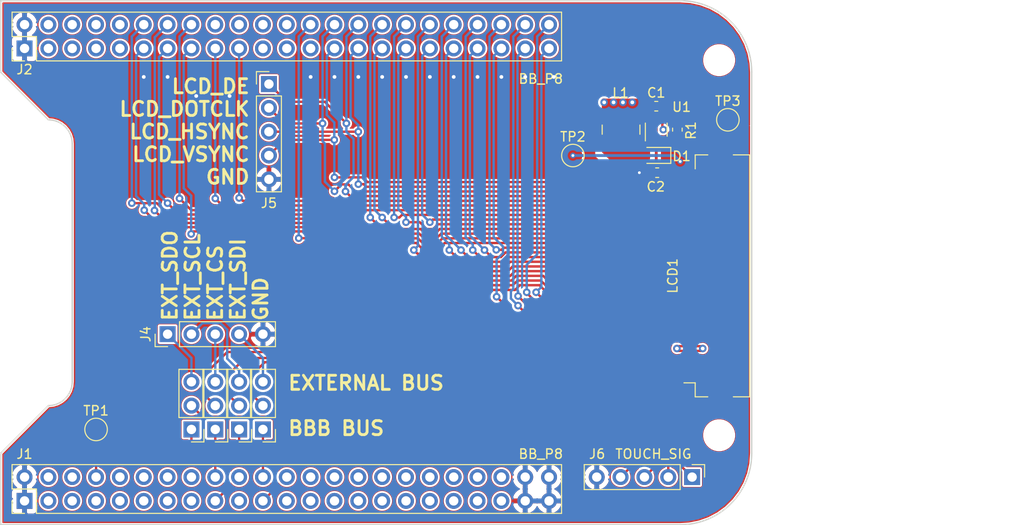
<source format=kicad_pcb>
(kicad_pcb (version 20171130) (host pcbnew "(5.1.0)-1")
  (layers (0 F.Cu signal) (1 In1.Cu signal) (2 In2.Cu signal) (31 B.Cu signal) (34 B.Paste user) (35 F.Paste user) (36 B.SilkS user) (37 F.SilkS user) (38 B.Mask user) (39 F.Mask user) (44 Edge.Cuts user))
  (net 0 "")
  (net 1 LED-)
  (net 2 GND)
  (net 3 /PWM_BL)
  (net 4 +3V3)
  (net 5 LED+)
  (net 6 /LCD_R4)
  (net 7 /LCD_R3)
  (net 8 /LCD_R2)
  (net 9 /LCD_R1)
  (net 10 /LCD_R0)
  (net 11 /LCD_G5)
  (net 12 /LCD_G4)
  (net 13 /LCD_G3)
  (net 14 /LCD_G2)
  (net 15 /LCD_G1)
  (net 16 /LCD_G0)
  (net 17 /LCD_B4)
  (net 18 /LCD_B3)
  (net 19 /LCD_B2)
  (net 20 /LCD_B1)
  (net 21 /LCD_B0)
  (net 22 "Net-(LCD1-Pad42)")
  (net 23 "Net-(LCD1-Pad44)")
  (net 24 +5VP)
  (net 25 +5V)
  (net 26 "Net-(J1-Pad9)")
  (net 27 "Net-(J1-Pad10)")
  (net 28 "Net-(J1-Pad11)")
  (net 29 "Net-(J1-Pad12)")
  (net 30 "Net-(J1-Pad13)")
  (net 31 "Net-(J1-Pad14)")
  (net 32 "Net-(J1-Pad15)")
  (net 33 "Net-(J1-Pad16)")
  (net 34 /BBB_CS)
  (net 35 /BBB_SDO)
  (net 36 "Net-(J1-Pad19)")
  (net 37 "Net-(J1-Pad20)")
  (net 38 /BBB_SDI)
  (net 39 /BBB_SCL)
  (net 40 "Net-(J1-Pad23)")
  (net 41 "Net-(J1-Pad24)")
  (net 42 "Net-(J1-Pad25)")
  (net 43 "Net-(J1-Pad26)")
  (net 44 "Net-(J1-Pad27)")
  (net 45 "Net-(J1-Pad28)")
  (net 46 "Net-(J1-Pad29)")
  (net 47 "Net-(J1-Pad30)")
  (net 48 "Net-(J1-Pad31)")
  (net 49 "Net-(J1-Pad32)")
  (net 50 "Net-(J1-Pad33)")
  (net 51 "Net-(J1-Pad34)")
  (net 52 "Net-(J1-Pad35)")
  (net 53 "Net-(J1-Pad36)")
  (net 54 "Net-(J1-Pad37)")
  (net 55 "Net-(J1-Pad38)")
  (net 56 "Net-(J1-Pad39)")
  (net 57 "Net-(J1-Pad40)")
  (net 58 "Net-(J1-Pad41)")
  (net 59 "Net-(J1-Pad42)")
  (net 60 /LCD_R6)
  (net 61 /LCD_R5)
  (net 62 /LCD_R7)
  (net 63 /LCD_G6)
  (net 64 /LCD_G7)
  (net 65 /LCD_B5)
  (net 66 /LCD_B7)
  (net 67 /LCD_B6)
  (net 68 /LCD_DE)
  (net 69 /LCD_HSYNC)
  (net 70 /LCD_DOTCLK)
  (net 71 /LCD_VSYNC)
  (net 72 /LCD_RESET)
  (net 73 "Net-(J2-Pad25)")
  (net 74 "Net-(J2-Pad24)")
  (net 75 "Net-(J2-Pad23)")
  (net 76 "Net-(J2-Pad22)")
  (net 77 "Net-(J2-Pad21)")
  (net 78 "Net-(J2-Pad20)")
  (net 79 "Net-(J2-Pad18)")
  (net 80 "Net-(J2-Pad10)")
  (net 81 "Net-(J2-Pad9)")
  (net 82 "Net-(J2-Pad8)")
  (net 83 "Net-(J2-Pad7)")
  (net 84 "Net-(J2-Pad6)")
  (net 85 "Net-(J2-Pad5)")
  (net 86 "Net-(J2-Pad4)")
  (net 87 "Net-(J2-Pad3)")
  (net 88 /EXT_SDO)
  (net 89 /EXT_CS)
  (net 90 /EXT_SCL)
  (net 91 /EXT_SDI)
  (net 92 /TOUCH_XR)
  (net 93 /TOUCH_XL)
  (net 94 /TOUCH_YD)
  (net 95 /TOUCH_YU)
  (net 96 /LCD_SCL)
  (net 97 /LCD_SDI)
  (net 98 /LCD_CS)
  (net 99 /LCD_SDO)
  (net 100 /LED_SW)
  (module Connector_PinHeader_2.54mm:PinHeader_1x05_P2.54mm_Vertical (layer F.Cu) (at 191.37 114.46 270)
    (fp_text reference J6 (at -2.46 10.12) (layer F.SilkS))
    (fp_text value TOUCH_SIG (at -2.46 4.12) (layer F.SilkS))
    (pad 1 thru_hole rect (at 0 0 270) (size 1.7 1.7) (drill 1) (layers *.Cu *.Mask) (net 92 /TOUCH_XR))
    (pad 2 thru_hole oval (at 0 2.54 270) (size 1.7 1.7) (drill 1) (layers *.Cu *.Mask) (net 94 /TOUCH_YD))
    (pad 3 thru_hole oval (at 0 5.08 270) (size 1.7 1.7) (drill 1) (layers *.Cu *.Mask) (net 93 /TOUCH_XL))
    (pad 4 thru_hole oval (at 0 7.62 270) (size 1.7 1.7) (drill 1) (layers *.Cu *.Mask) (net 95 /TOUCH_YU))
    (pad 5 thru_hole oval (at 0 10.16 270) (size 1.7 1.7) (drill 1) (layers *.Cu *.Mask) (net 2 GND))
  )
  (module Connector_PinHeader_2.54mm:PinHeader_1x05_P2.54mm_Vertical (layer F.Cu) (at 146.285 72.55)
    (fp_text reference J5 (at 0 12.7) (layer F.SilkS))
    (fp_text value LCD_CONTROL)
    (pad 5 thru_hole oval (at 0 10.16) (size 1.7 1.7) (drill 1) (layers *.Cu *.Mask) (net 2 GND))
    (pad 4 thru_hole oval (at 0 7.62) (size 1.7 1.7) (drill 1) (layers *.Cu *.Mask) (net 71 /LCD_VSYNC))
    (pad 3 thru_hole oval (at 0 5.08) (size 1.7 1.7) (drill 1) (layers *.Cu *.Mask) (net 69 /LCD_HSYNC))
    (pad 2 thru_hole oval (at 0 2.54) (size 1.7 1.7) (drill 1) (layers *.Cu *.Mask) (net 70 /LCD_DOTCLK))
    (pad 1 thru_hole rect (at 0 0) (size 1.7 1.7) (drill 1) (layers *.Cu *.Mask) (net 68 /LCD_DE))
  )
  (module Connector_PinHeader_2.54mm:PinHeader_1x05_P2.54mm_Vertical (layer F.Cu) (at 135.49 99.22 90)
    (fp_text reference J4 (at 0 -2.33 90) (layer F.SilkS))
    (fp_text value EXT_SPI)
    (pad 1 thru_hole rect (at 0 0 90) (size 1.7 1.7) (drill 1) (layers *.Cu *.Mask) (net 88 /EXT_SDO))
    (pad 2 thru_hole oval (at 0 2.54 90) (size 1.7 1.7) (drill 1) (layers *.Cu *.Mask) (net 90 /EXT_SCL))
    (pad 3 thru_hole oval (at 0 5.08 90) (size 1.7 1.7) (drill 1) (layers *.Cu *.Mask) (net 89 /EXT_CS))
    (pad 4 thru_hole oval (at 0 7.62 90) (size 1.7 1.7) (drill 1) (layers *.Cu *.Mask) (net 91 /EXT_SDI))
    (pad 5 thru_hole oval (at 0 10.16 90) (size 1.7 1.7) (drill 1) (layers *.Cu *.Mask) (net 2 GND))
  )
  (module Capacitor_SMD:C_0603_1608Metric (layer F.Cu) (at 187.65 82 180)
    (fp_text reference C2 (at 0.15 -1.5 180) (layer F.SilkS))
    (fp_text value "1µ 50v")
    (pad 2 smd roundrect (at 0.7875 0 180) (size 0.875 0.95) (layers F.Cu F.Paste F.Mask) (net 2 GND))
    (pad 1 smd roundrect (at -0.7875 0 180) (size 0.875 0.95) (layers F.Cu F.Paste F.Mask) (net 5 LED+))
  )
  (module Inductor_SMD:L_Coilcraft_LPS4018 (layer F.Cu) (at 183.8 77.41 90)
    (fp_text reference L1 (at 3.91 -0.05 180) (layer F.SilkS))
    (fp_text value LPS4018-103MRB)
    (pad 1 smd rect (at -1.765 0 90) (size 0.87 2.79) (layers F.Cu F.Paste F.Mask) (net 100 /LED_SW))
    (pad 1 smd rect (at -1.195 -1.5575 90) (size 0.89 0.775) (layers F.Cu F.Paste F.Mask) (net 100 /LED_SW))
    (pad 1 smd rect (at -1.219 -1.0475 225.7) (size 0.5 0.831) (layers F.Cu F.Paste F.Mask) (net 100 /LED_SW))
    (pad 1 smd rect (at -1.7435 -1.493 224.5) (size 0.5 0.789) (layers F.Cu F.Paste F.Mask) (net 100 /LED_SW))
    (pad 1 smd rect (at -1.7435 1.493 315.5) (size 0.5 0.789) (layers F.Cu F.Paste F.Mask) (net 100 /LED_SW))
    (pad 1 smd rect (at -1.195 1.5575 90) (size 0.89 0.775) (layers F.Cu F.Paste F.Mask) (net 100 /LED_SW))
    (pad 1 smd rect (at -1.219 1.0475 314.3) (size 0.5 0.831) (layers F.Cu F.Paste F.Mask) (net 100 /LED_SW))
    (pad 2 smd rect (at 1.765 0 90) (size 0.87 2.79) (layers F.Cu F.Paste F.Mask) (net 24 +5VP))
    (pad 2 smd rect (at 1.195 -1.5575 90) (size 0.89 0.775) (layers F.Cu F.Paste F.Mask) (net 24 +5VP))
    (pad 2 smd rect (at 1.219 -1.0475 314.3) (size 0.5 0.831) (layers F.Cu F.Paste F.Mask) (net 24 +5VP))
    (pad 2 smd rect (at 1.7435 -1.493 315.5) (size 0.5 0.789) (layers F.Cu F.Paste F.Mask) (net 24 +5VP))
    (pad 2 smd rect (at 1.195 1.5575 90) (size 0.89 0.775) (layers F.Cu F.Paste F.Mask) (net 24 +5VP))
    (pad 2 smd rect (at 1.219 1.0475 225.7) (size 0.5 0.831) (layers F.Cu F.Paste F.Mask) (net 24 +5VP))
    (pad 2 smd rect (at 1.7435 1.493 224.5) (size 0.5 0.789) (layers F.Cu F.Paste F.Mask) (net 24 +5VP))
  )
  (module Package_TO_SOT_SMD:SOT-353_SC-70-5 (layer F.Cu) (at 187.55 77.41 90)
    (fp_text reference U1 (at 2.41 2.7) (layer F.SilkS))
    (fp_text value TPS61169)
    (pad 1 smd rect (at -0.95 -0.65 90) (size 0.65 0.4) (layers F.Cu F.Paste F.Mask) (net 100 /LED_SW))
    (pad 3 smd rect (at -0.95 0.65 90) (size 0.65 0.4) (layers F.Cu F.Paste F.Mask) (net 1 LED-))
    (pad 2 smd rect (at -0.95 0 90) (size 0.65 0.4) (layers F.Cu F.Paste F.Mask) (net 2 GND))
    (pad 4 smd rect (at 0.95 0.65 90) (size 0.65 0.4) (layers F.Cu F.Paste F.Mask) (net 3 /PWM_BL))
    (pad 5 smd rect (at 0.95 -0.65 90) (size 0.65 0.4) (layers F.Cu F.Paste F.Mask) (net 24 +5VP))
  )
  (module Diode_SMD:D_SOD-323 (layer F.Cu) (at 187.598 80.156 180)
    (fp_text reference D1 (at -2.652 -0.094 180) (layer F.SilkS))
    (fp_text value NSR0240HT1G)
    (pad 1 smd rect (at -1.05 0 180) (size 0.6 0.45) (layers F.Cu F.Paste F.Mask) (net 5 LED+))
    (pad 2 smd rect (at 1.05 0 180) (size 0.6 0.45) (layers F.Cu F.Paste F.Mask) (net 100 /LED_SW))
  )
  (module Connector_PinHeader_2.54mm:PinHeader_1x03_P2.54mm_Vertical (layer F.Cu) (at 138.03 109.38 180)
    (fp_text reference JUMPER1 hide)
    (fp_text value SDO)
    (pad 3 thru_hole oval (at 0 5.08 180) (size 1.7 1.7) (drill 1) (layers *.Cu *.Mask) (net 88 /EXT_SDO))
    (pad 2 thru_hole oval (at 0 2.54 180) (size 1.7 1.7) (drill 1) (layers *.Cu *.Mask) (net 99 /LCD_SDO))
    (pad 1 thru_hole rect (at 0 0 180) (size 1.7 1.7) (drill 1) (layers *.Cu *.Mask) (net 35 /BBB_SDO))
  )
  (module Connector_PinHeader_2.54mm:PinHeader_1x03_P2.54mm_Vertical (layer F.Cu) (at 140.57 109.38 180)
    (fp_text reference JUMPER3 hide)
    (fp_text value CS)
    (pad 1 thru_hole rect (at 0 0 180) (size 1.7 1.7) (drill 1) (layers *.Cu *.Mask) (net 34 /BBB_CS))
    (pad 2 thru_hole oval (at 0 2.54 180) (size 1.7 1.7) (drill 1) (layers *.Cu *.Mask) (net 98 /LCD_CS))
    (pad 3 thru_hole oval (at 0 5.08 180) (size 1.7 1.7) (drill 1) (layers *.Cu *.Mask) (net 89 /EXT_CS))
  )
  (module Connector_PinHeader_2.54mm:PinHeader_1x03_P2.54mm_Vertical (layer F.Cu) (at 145.65 109.38 180)
    (fp_text reference JUMPER4 hide)
    (fp_text value SDI)
    (pad 3 thru_hole oval (at 0 5.08 180) (size 1.7 1.7) (drill 1) (layers *.Cu *.Mask) (net 91 /EXT_SDI))
    (pad 2 thru_hole oval (at 0 2.54 180) (size 1.7 1.7) (drill 1) (layers *.Cu *.Mask) (net 97 /LCD_SDI))
    (pad 1 thru_hole rect (at 0 0 180) (size 1.7 1.7) (drill 1) (layers *.Cu *.Mask) (net 38 /BBB_SDI))
  )
  (module Connector_PinHeader_2.54mm:PinHeader_1x03_P2.54mm_Vertical (layer F.Cu) (at 143.11 109.38 180)
    (fp_text reference JUMPER2 hide)
    (fp_text value SCL)
    (pad 1 thru_hole rect (at 0 0 180) (size 1.7 1.7) (drill 1) (layers *.Cu *.Mask) (net 39 /BBB_SCL))
    (pad 2 thru_hole oval (at 0 2.54 180) (size 1.7 1.7) (drill 1) (layers *.Cu *.Mask) (net 96 /LCD_SCL))
    (pad 3 thru_hole oval (at 0 5.08 180) (size 1.7 1.7) (drill 1) (layers *.Cu *.Mask) (net 90 /EXT_SCL))
  )
  (module Connector_PinHeader_2.54mm:PinHeader_2x23_P2.54mm_Vertical (layer F.Cu) (at 120.25 68.75 90)
    (fp_text reference J2 (at -2.25 0 180) (layer F.SilkS))
    (fp_text value BB_P8 (at -3.25 55 180) (layer F.SilkS))
    (pad 46 thru_hole oval (at 2.54 55.88 90) (size 1.7 1.7) (drill 1) (layers *.Cu *.Mask) (net 6 /LCD_R4))
    (pad 45 thru_hole oval (at 0 55.88 90) (size 1.7 1.7) (drill 1) (layers *.Cu *.Mask) (net 7 /LCD_R3))
    (pad 44 thru_hole oval (at 2.54 53.34 90) (size 1.7 1.7) (drill 1) (layers *.Cu *.Mask) (net 60 /LCD_R6))
    (pad 43 thru_hole oval (at 0 53.34 90) (size 1.7 1.7) (drill 1) (layers *.Cu *.Mask) (net 61 /LCD_R5))
    (pad 42 thru_hole oval (at 2.54 50.8 90) (size 1.7 1.7) (drill 1) (layers *.Cu *.Mask) (net 14 /LCD_G2))
    (pad 41 thru_hole oval (at 0 50.8 90) (size 1.7 1.7) (drill 1) (layers *.Cu *.Mask) (net 62 /LCD_R7))
    (pad 40 thru_hole oval (at 2.54 48.26 90) (size 1.7 1.7) (drill 1) (layers *.Cu *.Mask) (net 12 /LCD_G4))
    (pad 39 thru_hole oval (at 0 48.26 90) (size 1.7 1.7) (drill 1) (layers *.Cu *.Mask) (net 13 /LCD_G3))
    (pad 38 thru_hole oval (at 2.54 45.72 90) (size 1.7 1.7) (drill 1) (layers *.Cu *.Mask) (net 63 /LCD_G6))
    (pad 37 thru_hole oval (at 0 45.72 90) (size 1.7 1.7) (drill 1) (layers *.Cu *.Mask) (net 11 /LCD_G5))
    (pad 36 thru_hole oval (at 2.54 43.18 90) (size 1.7 1.7) (drill 1) (layers *.Cu *.Mask) (net 64 /LCD_G7))
    (pad 35 thru_hole oval (at 0 43.18 90) (size 1.7 1.7) (drill 1) (layers *.Cu *.Mask) (net 17 /LCD_B4))
    (pad 34 thru_hole oval (at 2.54 40.64 90) (size 1.7 1.7) (drill 1) (layers *.Cu *.Mask) (net 18 /LCD_B3))
    (pad 33 thru_hole oval (at 0 40.64 90) (size 1.7 1.7) (drill 1) (layers *.Cu *.Mask) (net 65 /LCD_B5))
    (pad 32 thru_hole oval (at 2.54 38.1 90) (size 1.7 1.7) (drill 1) (layers *.Cu *.Mask) (net 66 /LCD_B7))
    (pad 31 thru_hole oval (at 0 38.1 90) (size 1.7 1.7) (drill 1) (layers *.Cu *.Mask) (net 67 /LCD_B6))
    (pad 30 thru_hole oval (at 2.54 35.56 90) (size 1.7 1.7) (drill 1) (layers *.Cu *.Mask) (net 68 /LCD_DE))
    (pad 29 thru_hole oval (at 0 35.56 90) (size 1.7 1.7) (drill 1) (layers *.Cu *.Mask) (net 69 /LCD_HSYNC))
    (pad 28 thru_hole oval (at 2.54 33.02 90) (size 1.7 1.7) (drill 1) (layers *.Cu *.Mask) (net 70 /LCD_DOTCLK))
    (pad 27 thru_hole oval (at 0 33.02 90) (size 1.7 1.7) (drill 1) (layers *.Cu *.Mask) (net 71 /LCD_VSYNC))
    (pad 26 thru_hole oval (at 2.54 30.48 90) (size 1.7 1.7) (drill 1) (layers *.Cu *.Mask) (net 72 /LCD_RESET))
    (pad 25 thru_hole oval (at 0 30.48 90) (size 1.7 1.7) (drill 1) (layers *.Cu *.Mask) (net 73 "Net-(J2-Pad25)"))
    (pad 24 thru_hole oval (at 2.54 27.94 90) (size 1.7 1.7) (drill 1) (layers *.Cu *.Mask) (net 74 "Net-(J2-Pad24)"))
    (pad 23 thru_hole oval (at 0 27.94 90) (size 1.7 1.7) (drill 1) (layers *.Cu *.Mask) (net 75 "Net-(J2-Pad23)"))
    (pad 22 thru_hole oval (at 2.54 25.4 90) (size 1.7 1.7) (drill 1) (layers *.Cu *.Mask) (net 76 "Net-(J2-Pad22)"))
    (pad 21 thru_hole oval (at 0 25.4 90) (size 1.7 1.7) (drill 1) (layers *.Cu *.Mask) (net 77 "Net-(J2-Pad21)"))
    (pad 20 thru_hole oval (at 2.54 22.86 90) (size 1.7 1.7) (drill 1) (layers *.Cu *.Mask) (net 78 "Net-(J2-Pad20)"))
    (pad 19 thru_hole oval (at 0 22.86 90) (size 1.7 1.7) (drill 1) (layers *.Cu *.Mask) (net 21 /LCD_B0))
    (pad 18 thru_hole oval (at 2.54 20.32 90) (size 1.7 1.7) (drill 1) (layers *.Cu *.Mask) (net 79 "Net-(J2-Pad18)"))
    (pad 17 thru_hole oval (at 0 20.32 90) (size 1.7 1.7) (drill 1) (layers *.Cu *.Mask) (net 20 /LCD_B1))
    (pad 16 thru_hole oval (at 2.54 17.78 90) (size 1.7 1.7) (drill 1) (layers *.Cu *.Mask) (net 19 /LCD_B2))
    (pad 15 thru_hole oval (at 0 17.78 90) (size 1.7 1.7) (drill 1) (layers *.Cu *.Mask) (net 8 /LCD_R2))
    (pad 14 thru_hole oval (at 2.54 15.24 90) (size 1.7 1.7) (drill 1) (layers *.Cu *.Mask) (net 10 /LCD_R0))
    (pad 13 thru_hole oval (at 0 15.24 90) (size 1.7 1.7) (drill 1) (layers *.Cu *.Mask) (net 16 /LCD_G0))
    (pad 12 thru_hole oval (at 2.54 12.7 90) (size 1.7 1.7) (drill 1) (layers *.Cu *.Mask) (net 15 /LCD_G1))
    (pad 11 thru_hole oval (at 0 12.7 90) (size 1.7 1.7) (drill 1) (layers *.Cu *.Mask) (net 9 /LCD_R1))
    (pad 10 thru_hole oval (at 2.54 10.16 90) (size 1.7 1.7) (drill 1) (layers *.Cu *.Mask) (net 80 "Net-(J2-Pad10)"))
    (pad 9 thru_hole oval (at 0 10.16 90) (size 1.7 1.7) (drill 1) (layers *.Cu *.Mask) (net 81 "Net-(J2-Pad9)"))
    (pad 8 thru_hole oval (at 2.54 7.62 90) (size 1.7 1.7) (drill 1) (layers *.Cu *.Mask) (net 82 "Net-(J2-Pad8)"))
    (pad 7 thru_hole oval (at 0 7.62 90) (size 1.7 1.7) (drill 1) (layers *.Cu *.Mask) (net 83 "Net-(J2-Pad7)"))
    (pad 6 thru_hole oval (at 2.54 5.08 90) (size 1.7 1.7) (drill 1) (layers *.Cu *.Mask) (net 84 "Net-(J2-Pad6)"))
    (pad 5 thru_hole oval (at 0 5.08 90) (size 1.7 1.7) (drill 1) (layers *.Cu *.Mask) (net 85 "Net-(J2-Pad5)"))
    (pad 4 thru_hole oval (at 2.54 2.54 90) (size 1.7 1.7) (drill 1) (layers *.Cu *.Mask) (net 86 "Net-(J2-Pad4)"))
    (pad 3 thru_hole oval (at 0 2.54 90) (size 1.7 1.7) (drill 1) (layers *.Cu *.Mask) (net 87 "Net-(J2-Pad3)"))
    (pad 2 thru_hole oval (at 2.54 0 90) (size 1.7 1.7) (drill 1) (layers *.Cu *.Mask) (net 2 GND))
    (pad 1 thru_hole rect (at 0 0 90) (size 1.7 1.7) (drill 1) (layers *.Cu *.Mask) (net 2 GND))
  )
  (module Connector_PinHeader_2.54mm:PinHeader_2x23_P2.54mm_Vertical (layer F.Cu) (at 120.25 117 90)
    (fp_text reference J1 (at 5 0 180) (layer F.SilkS))
    (fp_text value BB_P8 (at 5 55 180) (layer F.SilkS))
    (pad 1 thru_hole rect (at 0 0 90) (size 1.7 1.7) (drill 1) (layers *.Cu *.Mask) (net 2 GND))
    (pad 2 thru_hole oval (at 2.54 0 90) (size 1.7 1.7) (drill 1) (layers *.Cu *.Mask) (net 2 GND))
    (pad 3 thru_hole oval (at 0 2.54 90) (size 1.7 1.7) (drill 1) (layers *.Cu *.Mask) (net 4 +3V3))
    (pad 4 thru_hole oval (at 2.54 2.54 90) (size 1.7 1.7) (drill 1) (layers *.Cu *.Mask) (net 4 +3V3))
    (pad 5 thru_hole oval (at 0 5.08 90) (size 1.7 1.7) (drill 1) (layers *.Cu *.Mask) (net 25 +5V))
    (pad 6 thru_hole oval (at 2.54 5.08 90) (size 1.7 1.7) (drill 1) (layers *.Cu *.Mask) (net 25 +5V))
    (pad 7 thru_hole oval (at 0 7.62 90) (size 1.7 1.7) (drill 1) (layers *.Cu *.Mask) (net 24 +5VP))
    (pad 8 thru_hole oval (at 2.54 7.62 90) (size 1.7 1.7) (drill 1) (layers *.Cu *.Mask) (net 24 +5VP))
    (pad 9 thru_hole oval (at 0 10.16 90) (size 1.7 1.7) (drill 1) (layers *.Cu *.Mask) (net 26 "Net-(J1-Pad9)"))
    (pad 10 thru_hole oval (at 2.54 10.16 90) (size 1.7 1.7) (drill 1) (layers *.Cu *.Mask) (net 27 "Net-(J1-Pad10)"))
    (pad 11 thru_hole oval (at 0 12.7 90) (size 1.7 1.7) (drill 1) (layers *.Cu *.Mask) (net 28 "Net-(J1-Pad11)"))
    (pad 12 thru_hole oval (at 2.54 12.7 90) (size 1.7 1.7) (drill 1) (layers *.Cu *.Mask) (net 29 "Net-(J1-Pad12)"))
    (pad 13 thru_hole oval (at 0 15.24 90) (size 1.7 1.7) (drill 1) (layers *.Cu *.Mask) (net 30 "Net-(J1-Pad13)"))
    (pad 14 thru_hole oval (at 2.54 15.24 90) (size 1.7 1.7) (drill 1) (layers *.Cu *.Mask) (net 31 "Net-(J1-Pad14)"))
    (pad 15 thru_hole oval (at 0 17.78 90) (size 1.7 1.7) (drill 1) (layers *.Cu *.Mask) (net 32 "Net-(J1-Pad15)"))
    (pad 16 thru_hole oval (at 2.54 17.78 90) (size 1.7 1.7) (drill 1) (layers *.Cu *.Mask) (net 33 "Net-(J1-Pad16)"))
    (pad 17 thru_hole oval (at 0 20.32 90) (size 1.7 1.7) (drill 1) (layers *.Cu *.Mask) (net 34 /BBB_CS))
    (pad 18 thru_hole oval (at 2.54 20.32 90) (size 1.7 1.7) (drill 1) (layers *.Cu *.Mask) (net 35 /BBB_SDO))
    (pad 19 thru_hole oval (at 0 22.86 90) (size 1.7 1.7) (drill 1) (layers *.Cu *.Mask) (net 36 "Net-(J1-Pad19)"))
    (pad 20 thru_hole oval (at 2.54 22.86 90) (size 1.7 1.7) (drill 1) (layers *.Cu *.Mask) (net 37 "Net-(J1-Pad20)"))
    (pad 21 thru_hole oval (at 0 25.4 90) (size 1.7 1.7) (drill 1) (layers *.Cu *.Mask) (net 38 /BBB_SDI))
    (pad 22 thru_hole oval (at 2.54 25.4 90) (size 1.7 1.7) (drill 1) (layers *.Cu *.Mask) (net 39 /BBB_SCL))
    (pad 23 thru_hole oval (at 0 27.94 90) (size 1.7 1.7) (drill 1) (layers *.Cu *.Mask) (net 40 "Net-(J1-Pad23)"))
    (pad 24 thru_hole oval (at 2.54 27.94 90) (size 1.7 1.7) (drill 1) (layers *.Cu *.Mask) (net 41 "Net-(J1-Pad24)"))
    (pad 25 thru_hole oval (at 0 30.48 90) (size 1.7 1.7) (drill 1) (layers *.Cu *.Mask) (net 42 "Net-(J1-Pad25)"))
    (pad 26 thru_hole oval (at 2.54 30.48 90) (size 1.7 1.7) (drill 1) (layers *.Cu *.Mask) (net 43 "Net-(J1-Pad26)"))
    (pad 27 thru_hole oval (at 0 33.02 90) (size 1.7 1.7) (drill 1) (layers *.Cu *.Mask) (net 44 "Net-(J1-Pad27)"))
    (pad 28 thru_hole oval (at 2.54 33.02 90) (size 1.7 1.7) (drill 1) (layers *.Cu *.Mask) (net 45 "Net-(J1-Pad28)"))
    (pad 29 thru_hole oval (at 0 35.56 90) (size 1.7 1.7) (drill 1) (layers *.Cu *.Mask) (net 46 "Net-(J1-Pad29)"))
    (pad 30 thru_hole oval (at 2.54 35.56 90) (size 1.7 1.7) (drill 1) (layers *.Cu *.Mask) (net 47 "Net-(J1-Pad30)"))
    (pad 31 thru_hole oval (at 0 38.1 90) (size 1.7 1.7) (drill 1) (layers *.Cu *.Mask) (net 48 "Net-(J1-Pad31)"))
    (pad 32 thru_hole oval (at 2.54 38.1 90) (size 1.7 1.7) (drill 1) (layers *.Cu *.Mask) (net 49 "Net-(J1-Pad32)"))
    (pad 33 thru_hole oval (at 0 40.64 90) (size 1.7 1.7) (drill 1) (layers *.Cu *.Mask) (net 50 "Net-(J1-Pad33)"))
    (pad 34 thru_hole oval (at 2.54 40.64 90) (size 1.7 1.7) (drill 1) (layers *.Cu *.Mask) (net 51 "Net-(J1-Pad34)"))
    (pad 35 thru_hole oval (at 0 43.18 90) (size 1.7 1.7) (drill 1) (layers *.Cu *.Mask) (net 52 "Net-(J1-Pad35)"))
    (pad 36 thru_hole oval (at 2.54 43.18 90) (size 1.7 1.7) (drill 1) (layers *.Cu *.Mask) (net 53 "Net-(J1-Pad36)"))
    (pad 37 thru_hole oval (at 0 45.72 90) (size 1.7 1.7) (drill 1) (layers *.Cu *.Mask) (net 54 "Net-(J1-Pad37)"))
    (pad 38 thru_hole oval (at 2.54 45.72 90) (size 1.7 1.7) (drill 1) (layers *.Cu *.Mask) (net 55 "Net-(J1-Pad38)"))
    (pad 39 thru_hole oval (at 0 48.26 90) (size 1.7 1.7) (drill 1) (layers *.Cu *.Mask) (net 56 "Net-(J1-Pad39)"))
    (pad 40 thru_hole oval (at 2.54 48.26 90) (size 1.7 1.7) (drill 1) (layers *.Cu *.Mask) (net 57 "Net-(J1-Pad40)"))
    (pad 41 thru_hole oval (at 0 50.8 90) (size 1.7 1.7) (drill 1) (layers *.Cu *.Mask) (net 58 "Net-(J1-Pad41)"))
    (pad 42 thru_hole oval (at 2.54 50.8 90) (size 1.7 1.7) (drill 1) (layers *.Cu *.Mask) (net 59 "Net-(J1-Pad42)"))
    (pad 43 thru_hole oval (at 0 53.34 90) (size 1.7 1.7) (drill 1) (layers *.Cu *.Mask) (net 2 GND))
    (pad 44 thru_hole oval (at 2.54 53.34 90) (size 1.7 1.7) (drill 1) (layers *.Cu *.Mask) (net 2 GND))
    (pad 45 thru_hole oval (at 0 55.88 90) (size 1.7 1.7) (drill 1) (layers *.Cu *.Mask) (net 2 GND))
    (pad 46 thru_hole oval (at 2.54 55.88 90) (size 1.7 1.7) (drill 1) (layers *.Cu *.Mask) (net 2 GND))
  )
  (module TestPoint:TestPoint_Pad_D2.0mm (layer F.Cu) (at 178.67 80.17)
    (fp_text reference TP2 (at 0 -1.998) (layer F.SilkS))
    (fp_text value LED+)
    (pad 1 smd circle (at 0 0) (size 2 2) (layers F.Cu F.Mask) (net 5 LED+))
  )
  (module TestPoint:TestPoint_Pad_D2.0mm (layer F.Cu) (at 195.18 76.36)
    (fp_text reference TP3 (at 0 -1.998) (layer F.SilkS))
    (fp_text value LED-)
    (pad 1 smd circle (at 0 0) (size 2 2) (layers F.Cu F.Mask) (net 1 LED-))
  )
  (module TestPoint:TestPoint_Pad_D2.0mm (layer F.Cu) (at 127.87 109.38)
    (fp_text reference TP1 (at 0 -1.998) (layer F.SilkS))
    (fp_text value +5VP)
    (pad 1 smd circle (at 0 0) (size 2 2) (layers F.Cu F.Mask) (net 24 +5VP))
  )
  (module Capacitor_SMD:C_0603_1608Metric (layer F.Cu) (at 187.55 74.91)
    (fp_text reference C1 (at 0 -1.43) (layer F.SilkS))
    (fp_text value "4µ7 10v")
    (pad 1 smd roundrect (at -0.7875 0) (size 0.875 0.95) (layers F.Cu F.Paste F.Mask) (net 24 +5VP))
    (pad 2 smd roundrect (at 0.7875 0) (size 0.875 0.95) (layers F.Cu F.Paste F.Mask) (net 2 GND))
  )
  (module Connector_FFC-FPC:Hirose_FH12-45S-0.5SH_1x45-1MP_P0.50mm_Horizontal (layer F.Cu) (at 193 93 90)
    (fp_text reference LCD1 (at 0 -3.7 90) (layer F.SilkS))
    (fp_text value E50RG84885LWAM520-CA)
    (pad 45 smd rect (at 11 -1.85 90) (size 0.3 1.3) (layers F.Cu F.Paste F.Mask) (net 5 LED+))
    (pad 44 smd rect (at 10.5 -1.85 90) (size 0.3 1.3) (layers F.Cu F.Paste F.Mask) (net 23 "Net-(LCD1-Pad44)"))
    (pad 43 smd rect (at 10 -1.85 90) (size 0.3 1.3) (layers F.Cu F.Paste F.Mask) (net 1 LED-))
    (pad 42 smd rect (at 9.5 -1.85 90) (size 0.3 1.3) (layers F.Cu F.Paste F.Mask) (net 22 "Net-(LCD1-Pad42)"))
    (pad 41 smd rect (at 9 -1.85 90) (size 0.3 1.3) (layers F.Cu F.Paste F.Mask) (net 71 /LCD_VSYNC))
    (pad 40 smd rect (at 8.5 -1.85 90) (size 0.3 1.3) (layers F.Cu F.Paste F.Mask) (net 69 /LCD_HSYNC))
    (pad 39 smd rect (at 8 -1.85 90) (size 0.3 1.3) (layers F.Cu F.Paste F.Mask) (net 70 /LCD_DOTCLK))
    (pad 38 smd rect (at 7.5 -1.85 90) (size 0.3 1.3) (layers F.Cu F.Paste F.Mask) (net 68 /LCD_DE))
    (pad 37 smd rect (at 7 -1.85 90) (size 0.3 1.3) (layers F.Cu F.Paste F.Mask) (net 21 /LCD_B0))
    (pad 36 smd rect (at 6.5 -1.85 90) (size 0.3 1.3) (layers F.Cu F.Paste F.Mask) (net 20 /LCD_B1))
    (pad 35 smd rect (at 6 -1.85 90) (size 0.3 1.3) (layers F.Cu F.Paste F.Mask) (net 19 /LCD_B2))
    (pad 34 smd rect (at 5.5 -1.85 90) (size 0.3 1.3) (layers F.Cu F.Paste F.Mask) (net 18 /LCD_B3))
    (pad 33 smd rect (at 5 -1.85 90) (size 0.3 1.3) (layers F.Cu F.Paste F.Mask) (net 17 /LCD_B4))
    (pad 32 smd rect (at 4.5 -1.85 90) (size 0.3 1.3) (layers F.Cu F.Paste F.Mask) (net 65 /LCD_B5))
    (pad 31 smd rect (at 4 -1.85 90) (size 0.3 1.3) (layers F.Cu F.Paste F.Mask) (net 67 /LCD_B6))
    (pad 30 smd rect (at 3.5 -1.85 90) (size 0.3 1.3) (layers F.Cu F.Paste F.Mask) (net 66 /LCD_B7))
    (pad 29 smd rect (at 3 -1.85 90) (size 0.3 1.3) (layers F.Cu F.Paste F.Mask) (net 16 /LCD_G0))
    (pad 28 smd rect (at 2.5 -1.85 90) (size 0.3 1.3) (layers F.Cu F.Paste F.Mask) (net 15 /LCD_G1))
    (pad 27 smd rect (at 2 -1.85 90) (size 0.3 1.3) (layers F.Cu F.Paste F.Mask) (net 14 /LCD_G2))
    (pad 26 smd rect (at 1.5 -1.85 90) (size 0.3 1.3) (layers F.Cu F.Paste F.Mask) (net 13 /LCD_G3))
    (pad 25 smd rect (at 1 -1.85 90) (size 0.3 1.3) (layers F.Cu F.Paste F.Mask) (net 12 /LCD_G4))
    (pad 24 smd rect (at 0.5 -1.85 90) (size 0.3 1.3) (layers F.Cu F.Paste F.Mask) (net 11 /LCD_G5))
    (pad 23 smd rect (at 0 -1.85 90) (size 0.3 1.3) (layers F.Cu F.Paste F.Mask) (net 63 /LCD_G6))
    (pad 22 smd rect (at -0.5 -1.85 90) (size 0.3 1.3) (layers F.Cu F.Paste F.Mask) (net 64 /LCD_G7))
    (pad 21 smd rect (at -1 -1.85 90) (size 0.3 1.3) (layers F.Cu F.Paste F.Mask) (net 10 /LCD_R0))
    (pad 20 smd rect (at -1.5 -1.85 90) (size 0.3 1.3) (layers F.Cu F.Paste F.Mask) (net 9 /LCD_R1))
    (pad 19 smd rect (at -2 -1.85 90) (size 0.3 1.3) (layers F.Cu F.Paste F.Mask) (net 8 /LCD_R2))
    (pad 18 smd rect (at -2.5 -1.85 90) (size 0.3 1.3) (layers F.Cu F.Paste F.Mask) (net 7 /LCD_R3))
    (pad 17 smd rect (at -3 -1.85 90) (size 0.3 1.3) (layers F.Cu F.Paste F.Mask) (net 6 /LCD_R4))
    (pad 16 smd rect (at -3.5 -1.85 90) (size 0.3 1.3) (layers F.Cu F.Paste F.Mask) (net 61 /LCD_R5))
    (pad 15 smd rect (at -4 -1.85 90) (size 0.3 1.3) (layers F.Cu F.Paste F.Mask) (net 60 /LCD_R6))
    (pad 14 smd rect (at -4.5 -1.85 90) (size 0.3 1.3) (layers F.Cu F.Paste F.Mask) (net 62 /LCD_R7))
    (pad 13 smd rect (at -5 -1.85 90) (size 0.3 1.3) (layers F.Cu F.Paste F.Mask) (net 72 /LCD_RESET))
    (pad 12 smd rect (at -5.5 -1.85 90) (size 0.3 1.3) (layers F.Cu F.Paste F.Mask) (net 98 /LCD_CS))
    (pad 11 smd rect (at -6 -1.85 90) (size 0.3 1.3) (layers F.Cu F.Paste F.Mask) (net 96 /LCD_SCL))
    (pad 10 smd rect (at -6.5 -1.85 90) (size 0.3 1.3) (layers F.Cu F.Paste F.Mask) (net 97 /LCD_SDI))
    (pad 9 smd rect (at -7 -1.85 90) (size 0.3 1.3) (layers F.Cu F.Paste F.Mask) (net 99 /LCD_SDO))
    (pad 8 smd rect (at -7.5 -1.85 90) (size 0.3 1.3) (layers F.Cu F.Paste F.Mask) (net 4 +3V3))
    (pad 7 smd rect (at -8 -1.85 90) (size 0.3 1.3) (layers F.Cu F.Paste F.Mask) (net 4 +3V3))
    (pad 6 smd rect (at -8.5 -1.85 90) (size 0.3 1.3) (layers F.Cu F.Paste F.Mask) (net 2 GND))
    (pad 5 smd rect (at -9 -1.85 90) (size 0.3 1.3) (layers F.Cu F.Paste F.Mask) (net 2 GND))
    (pad 4 smd rect (at -9.5 -1.85 90) (size 0.3 1.3) (layers F.Cu F.Paste F.Mask) (net 95 /TOUCH_YU))
    (pad 3 smd rect (at -10 -1.85 90) (size 0.3 1.3) (layers F.Cu F.Paste F.Mask) (net 93 /TOUCH_XL))
    (pad 2 smd rect (at -10.5 -1.85 90) (size 0.3 1.3) (layers F.Cu F.Paste F.Mask) (net 94 /TOUCH_YD))
    (pad 1 smd rect (at -11 -1.85 90) (size 0.3 1.3) (layers F.Cu F.Paste F.Mask) (net 92 /TOUCH_XR))
    (pad MP smd rect (at -12.9 1.4 90) (size 1.8 2.2) (layers F.Cu F.Paste F.Mask))
    (pad MP smd rect (at 12.9 1.4 90) (size 1.8 2.2) (layers F.Cu F.Paste F.Mask))
  )
  (module Resistor_SMD:R_0603_1608Metric (layer F.Cu) (at 189.8 77.41 90)
    (fp_text reference R1 (at -0.09 1.45 90) (layer F.SilkS))
    (fp_text value 5R1)
    (pad 1 smd roundrect (at -0.7875 0 90) (size 0.875 0.95) (layers F.Cu F.Paste F.Mask) (net 1 LED-))
    (pad 2 smd roundrect (at 0.7875 0 90) (size 0.875 0.95) (layers F.Cu F.Paste F.Mask) (net 2 GND))
  )
  (module Mechanical:EC-STENCIL-FIX_SINGLE_PIN (layer F.Cu) (at 194.25 110 90)
    (fp_text reference REF** hide)
    (fp_text value EC-STENCIL-FIX_SINGLE_PIN hide)
    (pad "" np_thru_hole circle (at 0 0 90) (size 3 3) (drill 3) (layers *.Cu *.Mask))
  )
  (module Mechanical:EC-STENCIL-FIX_SINGLE_PIN (layer F.Cu) (at 194.25 70 90)
    (fp_text reference REF** hide)
    (fp_text value EC-STENCIL-FIX_SINGLE_PIN hide)
    (pad "" np_thru_hole circle (at 0 0 90) (size 3 3) (drill 3) (layers *.Cu *.Mask))
  )
  (gr_text "EXTERNAL BUS\n\nBBB BUS" (at 148.19 106.84) (layer F.SilkS) (effects (font (size 1.5 1.5) (thickness 0.3)) (justify left)))
  (gr_text "LCD_DE\nLCD_DOTCLK\nLCD_HSYNC\nLCD_VSYNC\nGND" (at 144.38 77.63) (layer F.SilkS) (effects (font (size 1.5 1.5) (thickness 0.3)) (justify right)))
  (gr_text "EXT_SDO\nEXT_SCL\nEXT_CS\nEXT_SDI\nGND" (at 140.57 97.95 90) (layer F.SilkS) (effects (font (size 1.5 1.5) (thickness 0.3)) (justify left)))
  (gr_arc (start 122.79 104.3) (end 122.79 106.84) (angle -90) (layer Edge.Cuts) (width 0.15))
  (gr_arc (start 122.79 78.9) (end 125.33 78.9) (angle -90) (layer Edge.Cuts) (width 0.15))
  (gr_arc (start 190.1 71.28) (end 197.72 71.28) (angle -90) (layer Edge.Cuts) (width 0.15))
  (gr_arc (start 190.1 111.92) (end 190.1 119.54) (angle -90) (layer Edge.Cuts) (width 0.15))
  (gr_line (start 190.1 119.54) (end 117.71 119.54) (layer Edge.Cuts) (width 0.15))
  (gr_line (start 197.72 71.28) (end 197.72 111.92) (layer Edge.Cuts) (width 0.15))
  (gr_line (start 117.71 63.66) (end 190.1 63.66) (layer Edge.Cuts) (width 0.15))
  (gr_line (start 125.33 104.3) (end 125.33 78.9) (layer Edge.Cuts) (width 0.15))
  (gr_line (start 117.71 111.92) (end 122.79 106.84) (layer Edge.Cuts) (width 0.15))
  (gr_line (start 117.71 119.54) (end 117.71 111.92) (layer Edge.Cuts) (width 0.15))
  (gr_line (start 117.71 71.28) (end 122.79 76.36) (layer Edge.Cuts) (width 0.15))
  (gr_line (start 117.71 63.66) (end 117.71 71.28) (layer Edge.Cuts) (width 0.15))
  (segment (start 188.8625 78.1975) (end 189.8 78.1975) (width 0.3) (layer F.Cu) (net 1))
  (segment (start 188.2 78.36) (end 188.7 78.36) (width 0.3) (layer F.Cu) (net 1))
  (segment (start 188.7 78.36) (end 188.8625 78.1975) (width 0.3) (layer F.Cu) (net 1))
  (segment (start 193.3425 78.1975) (end 195.18 76.36) (width 0.3) (layer F.Cu) (net 1))
  (segment (start 189.8 78.1975) (end 193.3425 78.1975) (width 0.3) (layer F.Cu) (net 1))
  (segment (start 187.55 75.6975) (end 188.3375 74.91) (width 0.3) (layer F.Cu) (net 2))
  (segment (start 187.55 78.36) (end 187.55 75.6975) (width 0.3) (layer F.Cu) (net 2))
  (via (at 185.75 82) (size 0.6) (drill 0.3) (layers F.Cu B.Cu) (net 2))
  (segment (start 186.8625 82) (end 185.75 82) (width 0.3) (layer F.Cu) (net 2))
  (segment (start 187.55 81.3125) (end 186.8625 82) (width 0.3) (layer F.Cu) (net 2))
  (segment (start 187.55 78.36) (end 187.55 81.3125) (width 0.3) (layer F.Cu) (net 2))
  (via (at 153.27 71.788) (size 0.8) (drill 0.4) (layers F.Cu B.Cu) (net 2))
  (via (at 155.81 71.788) (size 0.8) (drill 0.4) (layers F.Cu B.Cu) (net 2))
  (via (at 158.35 71.788) (size 0.8) (drill 0.4) (layers F.Cu B.Cu) (net 2))
  (via (at 160.89 71.788) (size 0.8) (drill 0.4) (layers F.Cu B.Cu) (net 2))
  (via (at 163.43 71.788) (size 0.8) (drill 0.4) (layers F.Cu B.Cu) (net 2))
  (via (at 165.97 71.788) (size 0.8) (drill 0.4) (layers F.Cu B.Cu) (net 2))
  (via (at 168.51 71.788) (size 0.8) (drill 0.4) (layers F.Cu B.Cu) (net 2))
  (via (at 171.05 71.788) (size 0.8) (drill 0.4) (layers F.Cu B.Cu) (net 2))
  (via (at 173.59 71.788) (size 0.8) (drill 0.4) (layers F.Cu B.Cu) (net 2))
  (via (at 150.73 71.788) (size 0.8) (drill 0.4) (layers F.Cu B.Cu) (net 2))
  (via (at 176.638 71.788) (size 0.8) (drill 0.4) (layers F.Cu B.Cu) (net 2))
  (via (at 142.094 73.82) (size 0.8) (drill 0.4) (layers F.Cu B.Cu) (net 2))
  (via (at 138.538 73.82) (size 0.8) (drill 0.4) (layers F.Cu B.Cu) (net 2))
  (via (at 135.49 71.788) (size 0.8) (drill 0.4) (layers F.Cu B.Cu) (net 2))
  (via (at 132.95 71.788) (size 0.8) (drill 0.4) (layers F.Cu B.Cu) (net 2))
  (via (at 188.3 77.41) (size 0.8) (drill 0.4) (layers F.Cu B.Cu) (net 3))
  (segment (start 188.2 76.46) (end 188.2 77.31) (width 0.25) (layer F.Cu) (net 3))
  (segment (start 188.2 77.31) (end 188.3 77.41) (width 0.25) (layer F.Cu) (net 3))
  (via (at 189.75 100.75) (size 0.8) (drill 0.4) (layers F.Cu B.Cu) (net 4))
  (segment (start 191.15 100.5) (end 190 100.5) (width 0.25) (layer F.Cu) (net 4))
  (segment (start 190 100.5) (end 189.75 100.75) (width 0.25) (layer F.Cu) (net 4))
  (segment (start 191.15 100.5) (end 192.25 100.5) (width 0.25) (layer F.Cu) (net 4))
  (via (at 192.5 100.75) (size 0.8) (drill 0.4) (layers F.Cu B.Cu) (net 4))
  (segment (start 192.25 100.5) (end 192.5 100.75) (width 0.25) (layer F.Cu) (net 4))
  (segment (start 192.25 101) (end 192.5 100.75) (width 0.25) (layer F.Cu) (net 4))
  (segment (start 191.15 101) (end 192.25 101) (width 0.25) (layer F.Cu) (net 4))
  (segment (start 190 101) (end 189.75 100.75) (width 0.25) (layer F.Cu) (net 4))
  (segment (start 191.15 101) (end 190 101) (width 0.25) (layer F.Cu) (net 4))
  (via (at 178.67 80.17) (size 0.6) (drill 0.3) (layers F.Cu B.Cu) (net 5))
  (via (at 190.1 80.805) (size 0.6) (drill 0.3) (layers F.Cu B.Cu) (net 5))
  (segment (start 178.67 80.17) (end 189.465 80.17) (width 0.3) (layer B.Cu) (net 5))
  (segment (start 189.465 80.17) (end 190.1 80.805) (width 0.3) (layer B.Cu) (net 5))
  (via (at 173.75 94.75) (size 0.8) (drill 0.4) (layers F.Cu B.Cu) (net 6))
  (segment (start 173.75 94.823002) (end 173.75 94.75) (width 0.25) (layer F.Cu) (net 6))
  (segment (start 191.15 96) (end 174.926998 96) (width 0.25) (layer F.Cu) (net 6))
  (segment (start 174.926998 96) (end 173.75 94.823002) (width 0.25) (layer F.Cu) (net 6))
  (segment (start 174.86 67.48) (end 176.13 66.21) (width 0.25) (layer B.Cu) (net 6))
  (segment (start 173.75 91.821) (end 174.86 90.711) (width 0.25) (layer B.Cu) (net 6))
  (segment (start 173.75 94.75) (end 173.75 91.821) (width 0.25) (layer B.Cu) (net 6))
  (segment (start 174.86 90.711) (end 174.86 67.48) (width 0.25) (layer B.Cu) (net 6))
  (via (at 174.75 94.75) (size 0.8) (drill 0.4) (layers F.Cu B.Cu) (net 7))
  (segment (start 191.15 95.5) (end 175.5 95.5) (width 0.25) (layer F.Cu) (net 7))
  (segment (start 175.5 95.5) (end 174.75 94.75) (width 0.25) (layer F.Cu) (net 7))
  (segment (start 175.31001 69.56999) (end 176.13 68.75) (width 0.25) (layer B.Cu) (net 7))
  (segment (start 174.75 94.75) (end 175.31001 94.18999) (width 0.25) (layer B.Cu) (net 7))
  (segment (start 175.31001 94.18999) (end 175.31001 69.56999) (width 0.25) (layer B.Cu) (net 7))
  (via (at 138 88.537038) (size 0.8) (drill 0.4) (layers F.Cu B.Cu) (net 8))
  (segment (start 166.25 94.5) (end 164 92.25) (width 0.25) (layer F.Cu) (net 8))
  (segment (start 172.5 94.5) (end 166.25 94.5) (width 0.25) (layer F.Cu) (net 8))
  (segment (start 173 94) (end 172.5 94.5) (width 0.25) (layer F.Cu) (net 8))
  (segment (start 138.27499 88.262048) (end 138 88.537038) (width 0.25) (layer F.Cu) (net 8))
  (segment (start 175.11359 94) (end 173 94) (width 0.25) (layer F.Cu) (net 8))
  (segment (start 191.15 95) (end 176.11359 95) (width 0.25) (layer F.Cu) (net 8))
  (segment (start 176.11359 95) (end 175.11359 94) (width 0.25) (layer F.Cu) (net 8))
  (segment (start 159.75 91) (end 157.687358 91) (width 0.25) (layer F.Cu) (net 8))
  (segment (start 164 92.25) (end 161 92.25) (width 0.25) (layer F.Cu) (net 8))
  (segment (start 161 92.25) (end 159.75 91) (width 0.25) (layer F.Cu) (net 8))
  (segment (start 157.687358 91) (end 154.949406 88.262048) (width 0.25) (layer F.Cu) (net 8))
  (segment (start 154.949406 88.262048) (end 138.27499 88.262048) (width 0.25) (layer F.Cu) (net 8))
  (segment (start 138.02 68.75) (end 137.21001 69.55999) (width 0.25) (layer B.Cu) (net 8))
  (segment (start 138.03 68.75) (end 138.02 68.75) (width 0.25) (layer B.Cu) (net 8))
  (segment (start 137.21001 69.55999) (end 137.21001 83.66801) (width 0.25) (layer B.Cu) (net 8))
  (segment (start 138 84.458) (end 138 88.537038) (width 0.25) (layer B.Cu) (net 8))
  (segment (start 137.21001 83.66801) (end 138 84.458) (width 0.25) (layer B.Cu) (net 8))
  (via (at 133 86) (size 0.8) (drill 0.4) (layers F.Cu B.Cu) (net 9))
  (segment (start 191.15 94.5) (end 176.25 94.5) (width 0.25) (layer F.Cu) (net 9))
  (segment (start 155.135806 87.812038) (end 134.812038 87.812038) (width 0.25) (layer F.Cu) (net 9))
  (segment (start 157.823768 90.5) (end 155.135806 87.812038) (width 0.25) (layer F.Cu) (net 9))
  (segment (start 161.25 91.75) (end 160 90.5) (width 0.25) (layer F.Cu) (net 9))
  (segment (start 164.25 91.75) (end 161.25 91.75) (width 0.25) (layer F.Cu) (net 9))
  (segment (start 134.812038 87.812038) (end 133 86) (width 0.25) (layer F.Cu) (net 9))
  (segment (start 160 90.5) (end 157.823768 90.5) (width 0.25) (layer F.Cu) (net 9))
  (segment (start 176.25 94.5) (end 175.25 93.5) (width 0.25) (layer F.Cu) (net 9))
  (segment (start 175.25 93.5) (end 172.77282 93.5) (width 0.25) (layer F.Cu) (net 9))
  (segment (start 172.77282 93.5) (end 172.27282 94) (width 0.25) (layer F.Cu) (net 9))
  (segment (start 172.27282 94) (end 166.5 94) (width 0.25) (layer F.Cu) (net 9))
  (segment (start 166.5 94) (end 164.25 91.75) (width 0.25) (layer F.Cu) (net 9))
  (segment (start 132.94 68.75) (end 132.13001 69.55999) (width 0.25) (layer B.Cu) (net 9))
  (segment (start 132.95 68.75) (end 132.94 68.75) (width 0.25) (layer B.Cu) (net 9))
  (segment (start 132.13001 69.55999) (end 132.13001 84.488) (width 0.25) (layer B.Cu) (net 9))
  (segment (start 133 85.35799) (end 133 86) (width 0.25) (layer B.Cu) (net 9))
  (segment (start 132.13001 84.488) (end 133 85.35799) (width 0.25) (layer B.Cu) (net 9))
  (via (at 134.093839 86.031162) (size 0.8) (drill 0.4) (layers F.Cu B.Cu) (net 10))
  (segment (start 134.093839 86.031162) (end 135.424705 87.362028) (width 0.25) (layer F.Cu) (net 10))
  (segment (start 155.322206 87.362028) (end 157.25 89.289822) (width 0.25) (layer F.Cu) (net 10))
  (segment (start 135.424705 87.362028) (end 155.322206 87.362028) (width 0.25) (layer F.Cu) (net 10))
  (segment (start 157.25 89.289822) (end 157.75 89.789822) (width 0.25) (layer F.Cu) (net 10))
  (segment (start 190.25 94) (end 191.15 94) (width 0.25) (layer F.Cu) (net 10))
  (segment (start 190.20001 93.95001) (end 190.25 94) (width 0.25) (layer F.Cu) (net 10))
  (segment (start 175.5 93) (end 176.45001 93.95001) (width 0.25) (layer F.Cu) (net 10))
  (segment (start 176.45001 93.95001) (end 190.20001 93.95001) (width 0.25) (layer F.Cu) (net 10))
  (segment (start 172.63641 93) (end 175.5 93) (width 0.25) (layer F.Cu) (net 10))
  (segment (start 157.25 89.289822) (end 158 90.039822) (width 0.25) (layer F.Cu) (net 10))
  (segment (start 160.289822 90.039822) (end 161.5 91.25) (width 0.25) (layer F.Cu) (net 10))
  (segment (start 158 90.039822) (end 160.289822 90.039822) (width 0.25) (layer F.Cu) (net 10))
  (segment (start 164.5 91.25) (end 166.75 93.5) (width 0.25) (layer F.Cu) (net 10))
  (segment (start 172.13641 93.5) (end 172.63641 93) (width 0.25) (layer F.Cu) (net 10))
  (segment (start 161.5 91.25) (end 164.5 91.25) (width 0.25) (layer F.Cu) (net 10))
  (segment (start 166.75 93.5) (end 172.13641 93.5) (width 0.25) (layer F.Cu) (net 10))
  (segment (start 134.640001 67.059999) (end 134.630001 67.059999) (width 0.25) (layer B.Cu) (net 10))
  (segment (start 135.49 66.21) (end 134.640001 67.059999) (width 0.25) (layer B.Cu) (net 10))
  (segment (start 134.630001 67.059999) (end 134.125001 67.564999) (width 0.25) (layer B.Cu) (net 10))
  (segment (start 134.125001 67.564999) (end 134.125001 86) (width 0.25) (layer B.Cu) (net 10))
  (segment (start 134.125001 86) (end 134.093839 86.031162) (width 0.25) (layer B.Cu) (net 10))
  (via (at 166.75 90.25) (size 0.8) (drill 0.4) (layers F.Cu B.Cu) (net 11))
  (segment (start 166.75 90.25) (end 168.5 92) (width 0.25) (layer F.Cu) (net 11))
  (segment (start 168.5 92) (end 171.5 92) (width 0.25) (layer F.Cu) (net 11))
  (segment (start 171.5 92) (end 172 91.5) (width 0.25) (layer F.Cu) (net 11))
  (segment (start 172 91.5) (end 176.25 91.5) (width 0.25) (layer F.Cu) (net 11))
  (segment (start 177.25 92.5) (end 191.15 92.5) (width 0.25) (layer F.Cu) (net 11))
  (segment (start 176.25 91.5) (end 177.25 92.5) (width 0.25) (layer F.Cu) (net 11))
  (segment (start 165.15001 69.56999) (end 165.97 68.75) (width 0.25) (layer B.Cu) (net 11))
  (segment (start 166.75 90.25) (end 165.15001 88.65001) (width 0.25) (layer B.Cu) (net 11))
  (segment (start 165.15001 88.65001) (end 165.15001 69.56999) (width 0.25) (layer B.Cu) (net 11))
  (via (at 168 90.25) (size 0.8) (drill 0.4) (layers F.Cu B.Cu) (net 12))
  (segment (start 177.5 92) (end 191.15 92) (width 0.25) (layer F.Cu) (net 12))
  (segment (start 176.5 91) (end 177.5 92) (width 0.25) (layer F.Cu) (net 12))
  (segment (start 171.75 91) (end 176.5 91) (width 0.25) (layer F.Cu) (net 12))
  (segment (start 171.25 91.5) (end 171.75 91) (width 0.25) (layer F.Cu) (net 12))
  (segment (start 169.25 91.5) (end 171.25 91.5) (width 0.25) (layer F.Cu) (net 12))
  (segment (start 168 90.25) (end 169.25 91.5) (width 0.25) (layer F.Cu) (net 12))
  (segment (start 168 89.63641) (end 168 90.25) (width 0.25) (layer B.Cu) (net 12))
  (segment (start 167.24 88.87641) (end 168 89.63641) (width 0.25) (layer B.Cu) (net 12))
  (segment (start 167.24 67.48) (end 167.24 88.87641) (width 0.25) (layer B.Cu) (net 12))
  (segment (start 168.51 66.21) (end 167.24 67.48) (width 0.25) (layer B.Cu) (net 12))
  (via (at 169.25 90.25) (size 0.8) (drill 0.4) (layers F.Cu B.Cu) (net 13))
  (segment (start 177.75 91.5) (end 191.15 91.5) (width 0.25) (layer F.Cu) (net 13))
  (segment (start 176.75 90.5) (end 177.75 91.5) (width 0.25) (layer F.Cu) (net 13))
  (segment (start 171.5 90.5) (end 176.75 90.5) (width 0.25) (layer F.Cu) (net 13))
  (segment (start 171 91) (end 171.5 90.5) (width 0.25) (layer F.Cu) (net 13))
  (segment (start 170 91) (end 171 91) (width 0.25) (layer F.Cu) (net 13))
  (segment (start 169.25 90.25) (end 170 91) (width 0.25) (layer F.Cu) (net 13))
  (segment (start 168.5 68.75) (end 168.51 68.75) (width 0.25) (layer B.Cu) (net 13))
  (segment (start 167.69001 69.55999) (end 168.5 68.75) (width 0.25) (layer B.Cu) (net 13))
  (segment (start 169.25 90.25) (end 167.69001 88.69001) (width 0.25) (layer B.Cu) (net 13))
  (segment (start 167.69001 88.69001) (end 167.69001 69.55999) (width 0.25) (layer B.Cu) (net 13))
  (segment (start 171.05 66.21) (end 169.78 67.48) (width 0.25) (layer B.Cu) (net 14))
  (via (at 170.5 90.225) (size 0.8) (drill 0.4) (layers F.Cu B.Cu) (net 14))
  (segment (start 169.78 89.505) (end 170.5 90.225) (width 0.25) (layer B.Cu) (net 14))
  (segment (start 169.78 67.48) (end 169.78 89.505) (width 0.25) (layer B.Cu) (net 14))
  (segment (start 170.5 90.225) (end 171.065685 90.225) (width 0.25) (layer F.Cu) (net 14))
  (segment (start 171.065685 90.225) (end 171.290685 90) (width 0.25) (layer F.Cu) (net 14))
  (segment (start 178.11359 91) (end 191.15 91) (width 0.25) (layer F.Cu) (net 14))
  (segment (start 177.11359 90) (end 178.11359 91) (width 0.25) (layer F.Cu) (net 14))
  (segment (start 171.290685 90) (end 177.11359 90) (width 0.25) (layer F.Cu) (net 14))
  (via (at 131.68 85.25) (size 0.8) (drill 0.4) (layers F.Cu B.Cu) (net 15))
  (segment (start 136 86.912018) (end 134.337982 85.25) (width 0.25) (layer F.Cu) (net 15))
  (segment (start 155.508606 86.912018) (end 136 86.912018) (width 0.25) (layer F.Cu) (net 15))
  (segment (start 134.337982 85.25) (end 131.68 85.25) (width 0.25) (layer F.Cu) (net 15))
  (segment (start 158.096588 89.5) (end 155.508606 86.912018) (width 0.25) (layer F.Cu) (net 15))
  (segment (start 162 89.5) (end 158.096588 89.5) (width 0.25) (layer F.Cu) (net 15))
  (segment (start 178.25 90.5) (end 177.25 89.5) (width 0.25) (layer F.Cu) (net 15))
  (segment (start 177.25 89.5) (end 165 89.5) (width 0.25) (layer F.Cu) (net 15))
  (segment (start 165 89.5) (end 164.5 90) (width 0.25) (layer F.Cu) (net 15))
  (segment (start 164.5 90) (end 162.5 90) (width 0.25) (layer F.Cu) (net 15))
  (segment (start 191.15 90.5) (end 178.25 90.5) (width 0.25) (layer F.Cu) (net 15))
  (segment (start 162.5 90) (end 162 89.5) (width 0.25) (layer F.Cu) (net 15))
  (segment (start 131.68 85.25) (end 131.68 67.48) (width 0.25) (layer B.Cu) (net 15))
  (segment (start 131.68 67.48) (end 132.95 66.21) (width 0.25) (layer B.Cu) (net 15))
  (via (at 135.49 85.25) (size 0.8) (drill 0.4) (layers F.Cu B.Cu) (net 16))
  (segment (start 177.5 89) (end 178.5 90) (width 0.25) (layer F.Cu) (net 16))
  (segment (start 164.77282 89) (end 177.5 89) (width 0.25) (layer F.Cu) (net 16))
  (segment (start 164.27282 89.5) (end 164.77282 89) (width 0.25) (layer F.Cu) (net 16))
  (segment (start 136.702009 86.462009) (end 155.695008 86.46201) (width 0.25) (layer F.Cu) (net 16))
  (segment (start 178.5 90) (end 191.15 90) (width 0.25) (layer F.Cu) (net 16))
  (segment (start 135.49 85.25) (end 136.702009 86.462009) (width 0.25) (layer F.Cu) (net 16))
  (segment (start 155.695008 86.46201) (end 158.232998 89) (width 0.25) (layer F.Cu) (net 16))
  (segment (start 158.232998 89) (end 162.165768 89) (width 0.25) (layer F.Cu) (net 16))
  (segment (start 162.165768 89) (end 162.665768 89.5) (width 0.25) (layer F.Cu) (net 16))
  (segment (start 162.665768 89.5) (end 164.27282 89.5) (width 0.25) (layer F.Cu) (net 16))
  (segment (start 135.49 68.75) (end 134.575011 69.664989) (width 0.25) (layer B.Cu) (net 16))
  (segment (start 134.575011 84.335011) (end 135.49 85.25) (width 0.25) (layer B.Cu) (net 16))
  (segment (start 134.575011 69.664989) (end 134.575011 84.335011) (width 0.25) (layer B.Cu) (net 16))
  (via (at 163.43 87.282) (size 0.8) (drill 0.4) (layers F.Cu B.Cu) (net 17))
  (segment (start 179.5 88) (end 191.15 88) (width 0.25) (layer F.Cu) (net 17))
  (segment (start 178.5 87) (end 179.5 88) (width 0.25) (layer F.Cu) (net 17))
  (segment (start 163.75 87) (end 178.5 87) (width 0.25) (layer F.Cu) (net 17))
  (segment (start 163.468 87.282) (end 163.75 87) (width 0.25) (layer F.Cu) (net 17))
  (segment (start 163.43 87.282) (end 163.468 87.282) (width 0.25) (layer F.Cu) (net 17))
  (segment (start 162.61001 69.56999) (end 163.43 68.75) (width 0.25) (layer B.Cu) (net 17))
  (segment (start 163.43 87.282) (end 162.61001 86.46201) (width 0.25) (layer B.Cu) (net 17))
  (segment (start 162.61001 86.46201) (end 162.61001 69.56999) (width 0.25) (layer B.Cu) (net 17))
  (segment (start 160.89 66.21) (end 159.62 67.48) (width 0.25) (layer B.Cu) (net 18))
  (via (at 159.62 86.774) (size 0.8) (drill 0.4) (layers F.Cu B.Cu) (net 18))
  (segment (start 159.62 67.48) (end 159.62 86.774) (width 0.25) (layer B.Cu) (net 18))
  (segment (start 160.185685 86.774) (end 159.62 86.774) (width 0.25) (layer F.Cu) (net 18))
  (segment (start 160.459685 86.5) (end 160.185685 86.774) (width 0.25) (layer F.Cu) (net 18))
  (segment (start 178.75 86.5) (end 160.459685 86.5) (width 0.25) (layer F.Cu) (net 18))
  (segment (start 179.75 87.5) (end 178.75 86.5) (width 0.25) (layer F.Cu) (net 18))
  (segment (start 191.15 87.5) (end 179.75 87.5) (width 0.25) (layer F.Cu) (net 18))
  (segment (start 138.03 66.21) (end 136.76 67.48) (width 0.25) (layer B.Cu) (net 19))
  (via (at 136.76 84.75) (size 0.8) (drill 0.4) (layers F.Cu B.Cu) (net 19))
  (segment (start 136.76 67.48) (end 136.76 84.75) (width 0.25) (layer B.Cu) (net 19))
  (segment (start 180 87) (end 191.15 87) (width 0.25) (layer F.Cu) (net 19))
  (segment (start 179 86) (end 180 87) (width 0.25) (layer F.Cu) (net 19))
  (segment (start 138.01 86) (end 179 86) (width 0.25) (layer F.Cu) (net 19))
  (segment (start 136.76 84.75) (end 138.01 86) (width 0.25) (layer F.Cu) (net 19))
  (via (at 140.57 84.75) (size 0.8) (drill 0.4) (layers F.Cu B.Cu) (net 20))
  (segment (start 140.57 68.75) (end 140.57 84.75) (width 0.25) (layer B.Cu) (net 20))
  (segment (start 180.25 86.5) (end 191.15 86.5) (width 0.25) (layer F.Cu) (net 20))
  (segment (start 179.25 85.5) (end 180.25 86.5) (width 0.25) (layer F.Cu) (net 20))
  (segment (start 141.32 85.5) (end 179.25 85.5) (width 0.25) (layer F.Cu) (net 20))
  (segment (start 140.57 84.75) (end 141.32 85.5) (width 0.25) (layer F.Cu) (net 20))
  (segment (start 143.11 68.75) (end 143.11 84.691013) (width 0.25) (layer B.Cu) (net 21))
  (via (at 143.11 84.691013) (size 0.8) (drill 0.4) (layers F.Cu B.Cu) (net 21))
  (segment (start 180.5 86) (end 191.15 86) (width 0.25) (layer F.Cu) (net 21))
  (segment (start 179.5 85) (end 180.5 86) (width 0.25) (layer F.Cu) (net 21))
  (segment (start 143.5 85) (end 179.5 85) (width 0.25) (layer F.Cu) (net 21))
  (segment (start 143.191013 84.691013) (end 143.5 85) (width 0.25) (layer F.Cu) (net 21))
  (segment (start 143.11 84.691013) (end 143.191013 84.691013) (width 0.25) (layer F.Cu) (net 21))
  (segment (start 186.9 75.0475) (end 186.7625 74.91) (width 0.25) (layer F.Cu) (net 24))
  (segment (start 186.9 76.46) (end 186.9 75.0475) (width 0.25) (layer F.Cu) (net 24))
  (segment (start 185.6025 76.46) (end 185.3575 76.215) (width 0.25) (layer F.Cu) (net 24))
  (segment (start 186.9 76.46) (end 185.6025 76.46) (width 0.25) (layer F.Cu) (net 24))
  (segment (start 185.3575 75.731) (end 185.293 75.6665) (width 0.25) (layer F.Cu) (net 24))
  (segment (start 185.3575 76.215) (end 185.3575 75.731) (width 0.25) (layer F.Cu) (net 24))
  (segment (start 184.7875 75.645) (end 185.3575 76.215) (width 0.25) (layer F.Cu) (net 24))
  (segment (start 183.8 75.645) (end 184.7875 75.645) (width 0.25) (layer F.Cu) (net 24))
  (segment (start 182.8125 75.645) (end 182.2425 76.215) (width 0.25) (layer F.Cu) (net 24))
  (segment (start 183.8 75.645) (end 182.8125 75.645) (width 0.25) (layer F.Cu) (net 24))
  (segment (start 127.87 114.46) (end 127.87 109.38) (width 0.25) (layer F.Cu) (net 24))
  (segment (start 182.155 75.645) (end 182 75.49) (width 0.25) (layer F.Cu) (net 24))
  (segment (start 183.8 75.645) (end 182.155 75.645) (width 0.25) (layer F.Cu) (net 24))
  (segment (start 182 75.49) (end 182 74.5) (width 0.25) (layer F.Cu) (net 24))
  (via (at 182 74.5) (size 0.8) (drill 0.4) (layers F.Cu B.Cu) (net 24))
  (via (at 183 74.5) (size 0.8) (drill 0.4) (layers F.Cu B.Cu) (net 24))
  (segment (start 182 74.5) (end 183 74.5) (width 0.25) (layer F.Cu) (net 24))
  (segment (start 183 74.5) (end 183.75 74.5) (width 0.25) (layer F.Cu) (net 24))
  (via (at 184 74.5) (size 0.8) (drill 0.4) (layers F.Cu B.Cu) (net 24))
  (via (at 185 74.5) (size 0.8) (drill 0.4) (layers F.Cu B.Cu) (net 24))
  (segment (start 184 74.5) (end 185 74.5) (width 0.25) (layer F.Cu) (net 24))
  (segment (start 140.57 109.38) (end 140.57 112.555) (width 0.25) (layer F.Cu) (net 34))
  (segment (start 140.57 112.555) (end 141.84 113.825) (width 0.25) (layer F.Cu) (net 34))
  (segment (start 141.84 115.73) (end 140.57 117) (width 0.25) (layer F.Cu) (net 34))
  (segment (start 141.84 113.825) (end 141.84 115.73) (width 0.25) (layer F.Cu) (net 34))
  (segment (start 138.03 110.717919) (end 138.03 109.38) (width 0.25) (layer F.Cu) (net 35))
  (segment (start 140.57 114.46) (end 140.57 113.257919) (width 0.25) (layer F.Cu) (net 35))
  (segment (start 140.57 113.257919) (end 138.03 110.717919) (width 0.25) (layer F.Cu) (net 35))
  (segment (start 146.92 115.73) (end 145.65 117) (width 0.25) (layer F.Cu) (net 38))
  (segment (start 145.65 112.555) (end 146.92 113.825) (width 0.25) (layer F.Cu) (net 38))
  (segment (start 145.65 109.38) (end 145.65 112.555) (width 0.25) (layer F.Cu) (net 38))
  (segment (start 146.92 113.825) (end 146.92 115.73) (width 0.25) (layer F.Cu) (net 38))
  (segment (start 143.11 110.717919) (end 143.11 109.38) (width 0.25) (layer F.Cu) (net 39))
  (segment (start 145.65 113.257919) (end 143.11 110.717919) (width 0.25) (layer F.Cu) (net 39))
  (segment (start 145.65 114.46) (end 145.65 113.257919) (width 0.25) (layer F.Cu) (net 39))
  (via (at 172.823347 96.176653) (size 0.8) (drill 0.4) (layers F.Cu B.Cu) (net 60))
  (segment (start 173.646694 97) (end 191.15 97) (width 0.25) (layer F.Cu) (net 60))
  (segment (start 172.823347 96.176653) (end 173.646694 97) (width 0.25) (layer F.Cu) (net 60))
  (segment (start 172.066 95.419306) (end 172.823347 96.176653) (width 0.25) (layer B.Cu) (net 60))
  (segment (start 172.066 94.648) (end 172.066 95.419306) (width 0.25) (layer B.Cu) (net 60))
  (segment (start 172.32 94.394) (end 172.066 94.648) (width 0.25) (layer B.Cu) (net 60))
  (segment (start 172.32 67.48) (end 172.32 94.394) (width 0.25) (layer B.Cu) (net 60))
  (segment (start 173.59 66.21) (end 172.32 67.48) (width 0.25) (layer B.Cu) (net 60))
  (via (at 172.828 95.156) (size 0.8) (drill 0.4) (layers F.Cu B.Cu) (net 61))
  (segment (start 191.15 96.5) (end 174.172 96.5) (width 0.25) (layer F.Cu) (net 61))
  (segment (start 174.172 96.5) (end 172.828 95.156) (width 0.25) (layer F.Cu) (net 61))
  (segment (start 172.828 94.648) (end 172.828 95.156) (width 0.25) (layer B.Cu) (net 61))
  (segment (start 172.77001 94.59001) (end 172.828 94.648) (width 0.25) (layer B.Cu) (net 61))
  (segment (start 172.77001 69.56999) (end 172.77001 94.59001) (width 0.25) (layer B.Cu) (net 61))
  (segment (start 173.59 68.75) (end 172.77001 69.56999) (width 0.25) (layer B.Cu) (net 61))
  (via (at 170.542 95.225) (size 0.8) (drill 0.4) (layers F.Cu B.Cu) (net 62))
  (segment (start 175.368 97.5) (end 191.15 97.5) (width 0.25) (layer F.Cu) (net 62))
  (segment (start 172.817 97.5) (end 175.368 97.5) (width 0.25) (layer F.Cu) (net 62))
  (segment (start 170.542 95.225) (end 172.817 97.5) (width 0.25) (layer F.Cu) (net 62))
  (segment (start 171.04 68.75) (end 171.05 68.75) (width 0.25) (layer B.Cu) (net 62))
  (segment (start 170.23001 69.55999) (end 171.04 68.75) (width 0.25) (layer B.Cu) (net 62))
  (segment (start 170.542 91.256002) (end 171.214002 90.584) (width 0.25) (layer B.Cu) (net 62))
  (segment (start 170.542 95.225) (end 170.542 91.256002) (width 0.25) (layer B.Cu) (net 62))
  (segment (start 171.214002 90.584) (end 171.225001 90.584) (width 0.25) (layer B.Cu) (net 62))
  (segment (start 171.225001 90.584) (end 171.225001 89.876999) (width 0.25) (layer B.Cu) (net 62))
  (segment (start 171.225001 89.876999) (end 170.23001 88.882008) (width 0.25) (layer B.Cu) (net 62))
  (segment (start 170.23001 88.882008) (end 170.23001 69.55999) (width 0.25) (layer B.Cu) (net 62))
  (via (at 165.5 90.25) (size 0.8) (drill 0.4) (layers F.Cu B.Cu) (net 63))
  (segment (start 165.5 90.25) (end 167.75 92.5) (width 0.25) (layer F.Cu) (net 63))
  (segment (start 167.75 92.5) (end 171.75 92.5) (width 0.25) (layer F.Cu) (net 63))
  (segment (start 171.75 92.5) (end 172.25 92) (width 0.25) (layer F.Cu) (net 63))
  (segment (start 172.25 92) (end 176 92) (width 0.25) (layer F.Cu) (net 63))
  (segment (start 177 93) (end 191.15 93) (width 0.25) (layer F.Cu) (net 63))
  (segment (start 176 92) (end 177 93) (width 0.25) (layer F.Cu) (net 63))
  (segment (start 165.5 89.63641) (end 165.5 90.25) (width 0.25) (layer B.Cu) (net 63))
  (segment (start 164.7 88.83641) (end 165.5 89.63641) (width 0.25) (layer B.Cu) (net 63))
  (segment (start 164.7 67.48) (end 164.7 88.83641) (width 0.25) (layer B.Cu) (net 63))
  (segment (start 165.97 66.21) (end 164.7 67.48) (width 0.25) (layer B.Cu) (net 63))
  (segment (start 162.16 67.48) (end 163.43 66.21) (width 0.25) (layer B.Cu) (net 64))
  (via (at 161.724847 90.250153) (size 0.8) (drill 0.4) (layers F.Cu B.Cu) (net 64))
  (segment (start 162.16 89.815) (end 161.724847 90.250153) (width 0.25) (layer B.Cu) (net 64))
  (segment (start 162.16 67.48) (end 162.16 89.815) (width 0.25) (layer B.Cu) (net 64))
  (segment (start 162.124846 90.650152) (end 164.650152 90.650152) (width 0.25) (layer F.Cu) (net 64))
  (segment (start 161.724847 90.250153) (end 162.124846 90.650152) (width 0.25) (layer F.Cu) (net 64))
  (segment (start 164.650152 90.650152) (end 167 93) (width 0.25) (layer F.Cu) (net 64))
  (segment (start 167 93) (end 172 93) (width 0.25) (layer F.Cu) (net 64))
  (segment (start 172 93) (end 172.5 92.5) (width 0.25) (layer F.Cu) (net 64))
  (segment (start 172.5 92.5) (end 175.75 92.5) (width 0.25) (layer F.Cu) (net 64))
  (segment (start 176.75 93.5) (end 191.15 93.5) (width 0.25) (layer F.Cu) (net 64))
  (segment (start 175.75 92.5) (end 176.75 93.5) (width 0.25) (layer F.Cu) (net 64))
  (via (at 160.89 87.282) (size 0.8) (drill 0.4) (layers F.Cu B.Cu) (net 65))
  (segment (start 179.25 88.5) (end 191.15 88.5) (width 0.25) (layer F.Cu) (net 65))
  (segment (start 160.89 87.282) (end 162.356998 87.282) (width 0.25) (layer F.Cu) (net 65))
  (segment (start 162.356998 87.282) (end 163.081999 88.007001) (width 0.25) (layer F.Cu) (net 65))
  (segment (start 163.081999 88.007001) (end 163.778001 88.007001) (width 0.25) (layer F.Cu) (net 65))
  (segment (start 163.778001 88.007001) (end 164.285002 87.5) (width 0.25) (layer F.Cu) (net 65))
  (segment (start 164.285002 87.5) (end 178.25 87.5) (width 0.25) (layer F.Cu) (net 65))
  (segment (start 178.25 87.5) (end 179.25 88.5) (width 0.25) (layer F.Cu) (net 65))
  (segment (start 160.07001 69.56999) (end 160.89 68.75) (width 0.25) (layer B.Cu) (net 65))
  (segment (start 160.07001 85.896325) (end 160.07001 69.56999) (width 0.25) (layer B.Cu) (net 65))
  (segment (start 160.89 87.282) (end 160.89 86.716315) (width 0.25) (layer B.Cu) (net 65))
  (segment (start 160.89 86.716315) (end 160.07001 85.896325) (width 0.25) (layer B.Cu) (net 65))
  (via (at 157.08 86.774) (size 0.8) (drill 0.4) (layers F.Cu B.Cu) (net 66))
  (segment (start 157.08 67.48) (end 158.35 66.21) (width 0.25) (layer B.Cu) (net 66))
  (segment (start 157.08 86.774) (end 157.08 67.48) (width 0.25) (layer B.Cu) (net 66))
  (segment (start 177.75 88.5) (end 178.75 89.5) (width 0.25) (layer F.Cu) (net 66))
  (segment (start 158.806 88.5) (end 162.302178 88.5) (width 0.25) (layer F.Cu) (net 66))
  (segment (start 157.08 86.774) (end 158.806 88.5) (width 0.25) (layer F.Cu) (net 66))
  (segment (start 162.302178 88.5) (end 162.802178 89) (width 0.25) (layer F.Cu) (net 66))
  (segment (start 178.75 89.5) (end 191.15 89.5) (width 0.25) (layer F.Cu) (net 66))
  (segment (start 164.13641 89) (end 164.63641 88.5) (width 0.25) (layer F.Cu) (net 66))
  (segment (start 162.802178 89) (end 164.13641 89) (width 0.25) (layer F.Cu) (net 66))
  (segment (start 164.63641 88.5) (end 177.75 88.5) (width 0.25) (layer F.Cu) (net 66))
  (via (at 158.35 86.774) (size 0.8) (drill 0.4) (layers F.Cu B.Cu) (net 67))
  (segment (start 179 89) (end 191.15 89) (width 0.25) (layer F.Cu) (net 67))
  (segment (start 178 88) (end 179 89) (width 0.25) (layer F.Cu) (net 67))
  (segment (start 164.5 88) (end 178 88) (width 0.25) (layer F.Cu) (net 67))
  (segment (start 164 88.5) (end 164.5 88) (width 0.25) (layer F.Cu) (net 67))
  (segment (start 159.583001 88.007001) (end 161.242999 88.007001) (width 0.25) (layer F.Cu) (net 67))
  (segment (start 158.35 86.774) (end 159.583001 88.007001) (width 0.25) (layer F.Cu) (net 67))
  (segment (start 161.242999 88.007001) (end 161.25 88) (width 0.25) (layer F.Cu) (net 67))
  (segment (start 161.25 88) (end 162.438588 88) (width 0.25) (layer F.Cu) (net 67))
  (segment (start 162.438588 88) (end 162.938588 88.5) (width 0.25) (layer F.Cu) (net 67))
  (segment (start 162.938588 88.5) (end 164 88.5) (width 0.25) (layer F.Cu) (net 67))
  (segment (start 158.34 68.75) (end 158.35 68.75) (width 0.25) (layer B.Cu) (net 67))
  (segment (start 157.53001 69.55999) (end 158.34 68.75) (width 0.25) (layer B.Cu) (net 67))
  (segment (start 158.35 86.774) (end 157.53001 85.95401) (width 0.25) (layer B.Cu) (net 67))
  (segment (start 157.53001 85.95401) (end 157.53001 69.55999) (width 0.25) (layer B.Cu) (net 67))
  (via (at 154.443346 84) (size 0.8) (drill 0.4) (layers F.Cu B.Cu) (net 68))
  (segment (start 154.943346 84.5) (end 154.443346 84) (width 0.25) (layer F.Cu) (net 68))
  (segment (start 179.75 84.5) (end 180.75 85.5) (width 0.25) (layer F.Cu) (net 68))
  (segment (start 154.943346 84.5) (end 179.75 84.5) (width 0.25) (layer F.Cu) (net 68))
  (segment (start 191.15 85.5) (end 180.75 85.5) (width 0.25) (layer F.Cu) (net 68))
  (segment (start 154.532661 83.345) (end 154.54 83.345) (width 0.25) (layer B.Cu) (net 68))
  (segment (start 154.443346 84) (end 154.443346 83.434315) (width 0.25) (layer B.Cu) (net 68))
  (segment (start 154.443346 83.434315) (end 154.532661 83.345) (width 0.25) (layer B.Cu) (net 68))
  (segment (start 146.285 72.55) (end 146.3 72.55) (width 0.25) (layer F.Cu) (net 68))
  (via (at 154.54 76.741) (size 0.8) (drill 0.4) (layers F.Cu B.Cu) (net 68))
  (segment (start 152.239 74.44) (end 154.54 76.741) (width 0.25) (layer F.Cu) (net 68))
  (segment (start 148.19 74.44) (end 152.239 74.44) (width 0.25) (layer F.Cu) (net 68))
  (segment (start 146.3 72.55) (end 148.19 74.44) (width 0.25) (layer F.Cu) (net 68))
  (segment (start 154.54 76.741) (end 154.54 77.63) (width 0.25) (layer B.Cu) (net 68))
  (segment (start 154.54 77.63) (end 155.302 78.392) (width 0.25) (layer B.Cu) (net 68))
  (segment (start 155.302 78.392) (end 155.302 82.456) (width 0.25) (layer B.Cu) (net 68))
  (segment (start 154.443346 83.314654) (end 154.443346 84) (width 0.25) (layer B.Cu) (net 68))
  (segment (start 155.302 82.456) (end 154.443346 83.314654) (width 0.25) (layer B.Cu) (net 68))
  (segment (start 154.54 67.48) (end 154.54 76.741) (width 0.25) (layer B.Cu) (net 68))
  (segment (start 155.81 66.21) (end 154.54 67.48) (width 0.25) (layer B.Cu) (net 68))
  (via (at 155.81 83.225) (size 0.8) (drill 0.4) (layers F.Cu B.Cu) (net 69))
  (segment (start 181.25 84.5) (end 191.15 84.5) (width 0.25) (layer F.Cu) (net 69))
  (segment (start 180.25 83.5) (end 181.25 84.5) (width 0.25) (layer F.Cu) (net 69))
  (segment (start 156.650685 83.5) (end 180.25 83.5) (width 0.25) (layer F.Cu) (net 69))
  (segment (start 156.375685 83.225) (end 156.650685 83.5) (width 0.25) (layer F.Cu) (net 69))
  (segment (start 155.81 83.225) (end 156.375685 83.225) (width 0.25) (layer F.Cu) (net 69))
  (via (at 155.81 77.63) (size 0.8) (drill 0.4) (layers F.Cu B.Cu) (net 69))
  (segment (start 155.81 77.63) (end 155.81 83.225) (width 0.25) (layer B.Cu) (net 69))
  (segment (start 155.81 77.63) (end 146.285 77.63) (width 0.25) (layer F.Cu) (net 69))
  (segment (start 155.81 76.937998) (end 155.81 77.63) (width 0.25) (layer B.Cu) (net 69))
  (segment (start 154.99001 76.118008) (end 155.81 76.937998) (width 0.25) (layer B.Cu) (net 69))
  (segment (start 154.99001 69.55999) (end 154.99001 76.118008) (width 0.25) (layer B.Cu) (net 69))
  (segment (start 155.81 68.75) (end 155.8 68.75) (width 0.25) (layer B.Cu) (net 69))
  (segment (start 155.8 68.75) (end 154.99001 69.55999) (width 0.25) (layer B.Cu) (net 69))
  (segment (start 152 67.48) (end 153.27 66.21) (width 0.25) (layer B.Cu) (net 70))
  (via (at 153.27 83.98) (size 0.8) (drill 0.4) (layers F.Cu B.Cu) (net 70))
  (segment (start 181 85) (end 191.15 85) (width 0.25) (layer F.Cu) (net 70))
  (segment (start 153.25 84) (end 154 83.25) (width 0.25) (layer F.Cu) (net 70))
  (segment (start 154 83.25) (end 154.75 83.25) (width 0.25) (layer F.Cu) (net 70))
  (segment (start 154.75 83.25) (end 155.5 84) (width 0.25) (layer F.Cu) (net 70))
  (segment (start 155.5 84) (end 180 84) (width 0.25) (layer F.Cu) (net 70))
  (segment (start 180 84) (end 181 85) (width 0.25) (layer F.Cu) (net 70))
  (via (at 152 76.75) (size 0.8) (drill 0.4) (layers F.Cu B.Cu) (net 70))
  (segment (start 147.945 76.75) (end 146.285 75.09) (width 0.25) (layer F.Cu) (net 70))
  (segment (start 152 76.75) (end 147.945 76.75) (width 0.25) (layer F.Cu) (net 70))
  (segment (start 152 76.75) (end 152 78.646) (width 0.25) (layer B.Cu) (net 70))
  (segment (start 152 78.646) (end 152.254 78.9) (width 0.25) (layer B.Cu) (net 70))
  (segment (start 152.254 82.964) (end 153.27 83.98) (width 0.25) (layer B.Cu) (net 70))
  (segment (start 152.254 78.9) (end 152.254 82.964) (width 0.25) (layer B.Cu) (net 70))
  (segment (start 153.27 83.98) (end 154 83.25) (width 0.25) (layer F.Cu) (net 70))
  (segment (start 152 67.48) (end 152 76.75) (width 0.25) (layer B.Cu) (net 70))
  (via (at 153.25 78.5) (size 0.8) (drill 0.4) (layers F.Cu B.Cu) (net 71))
  (segment (start 153.25 78.5) (end 147.955 78.5) (width 0.25) (layer F.Cu) (net 71))
  (segment (start 147.955 78.5) (end 146.285 80.17) (width 0.25) (layer F.Cu) (net 71))
  (via (at 153.27 82.5) (size 0.8) (drill 0.4) (layers F.Cu B.Cu) (net 71))
  (segment (start 156.787095 83) (end 180.5 83) (width 0.25) (layer F.Cu) (net 71))
  (segment (start 180.5 83) (end 181.5 84) (width 0.25) (layer F.Cu) (net 71))
  (segment (start 153.27 82.5) (end 156.287095 82.5) (width 0.25) (layer F.Cu) (net 71))
  (segment (start 156.287095 82.5) (end 156.787095 83) (width 0.25) (layer F.Cu) (net 71))
  (segment (start 181.5 84) (end 191.15 84) (width 0.25) (layer F.Cu) (net 71))
  (segment (start 153.25 82.48) (end 153.27 82.5) (width 0.25) (layer B.Cu) (net 71))
  (segment (start 153.25 78.5) (end 153.25 82.48) (width 0.25) (layer B.Cu) (net 71))
  (segment (start 152.45001 69.56999) (end 153.27 68.75) (width 0.25) (layer B.Cu) (net 71))
  (segment (start 152.45001 75.852) (end 152.45001 69.56999) (width 0.25) (layer B.Cu) (net 71))
  (segment (start 153.25 78.5) (end 153.25 76.65199) (width 0.25) (layer B.Cu) (net 71))
  (segment (start 153.25 76.65199) (end 152.45001 75.852) (width 0.25) (layer B.Cu) (net 71))
  (segment (start 150.73 66.21) (end 149.46 67.48) (width 0.25) (layer B.Cu) (net 72))
  (via (at 149.46 88.987048) (size 0.8) (drill 0.4) (layers F.Cu B.Cu) (net 72))
  (segment (start 149.46 67.48) (end 149.46 88.987048) (width 0.25) (layer B.Cu) (net 72))
  (segment (start 163.75 92.75) (end 166 95) (width 0.25) (layer F.Cu) (net 72))
  (segment (start 160.75 92.75) (end 163.75 92.75) (width 0.25) (layer F.Cu) (net 72))
  (segment (start 159.5 91.5) (end 160.75 92.75) (width 0.25) (layer F.Cu) (net 72))
  (segment (start 157.5 91.5) (end 159.5 91.5) (width 0.25) (layer F.Cu) (net 72))
  (segment (start 149.46 88.987048) (end 154.987048 88.987048) (width 0.25) (layer F.Cu) (net 72))
  (segment (start 154.987048 88.987048) (end 157.5 91.5) (width 0.25) (layer F.Cu) (net 72))
  (segment (start 166 95) (end 169.25 95) (width 0.25) (layer F.Cu) (net 72))
  (segment (start 169.25 95) (end 172.25 98) (width 0.25) (layer F.Cu) (net 72))
  (segment (start 172.25 98) (end 191.15 98) (width 0.25) (layer F.Cu) (net 72))
  (segment (start 138.03 101.76) (end 135.49 99.22) (width 0.25) (layer B.Cu) (net 88))
  (segment (start 138.03 104.3) (end 138.03 101.76) (width 0.25) (layer B.Cu) (net 88))
  (segment (start 140.57 104.3) (end 140.57 99.22) (width 0.25) (layer B.Cu) (net 89))
  (segment (start 143.11 103.097919) (end 141.84 101.827919) (width 0.25) (layer B.Cu) (net 90))
  (segment (start 143.11 104.3) (end 143.11 103.097919) (width 0.25) (layer B.Cu) (net 90))
  (segment (start 138.879999 98.370001) (end 138.03 99.22) (width 0.25) (layer B.Cu) (net 90))
  (segment (start 139.205001 98.044999) (end 138.879999 98.370001) (width 0.25) (layer B.Cu) (net 90))
  (segment (start 141.134001 98.044999) (end 139.205001 98.044999) (width 0.25) (layer B.Cu) (net 90))
  (segment (start 141.84 98.750998) (end 141.134001 98.044999) (width 0.25) (layer B.Cu) (net 90))
  (segment (start 141.84 101.827919) (end 141.84 98.750998) (width 0.25) (layer B.Cu) (net 90))
  (segment (start 145.65 101.76) (end 143.11 99.22) (width 0.25) (layer B.Cu) (net 91))
  (segment (start 145.65 104.3) (end 145.65 101.76) (width 0.25) (layer B.Cu) (net 91))
  (segment (start 191.15 104) (end 190 104) (width 0.25) (layer F.Cu) (net 92))
  (segment (start 190 104) (end 189.5 104.5) (width 0.25) (layer F.Cu) (net 92))
  (segment (start 189.5 104.5) (end 189.5 105.5) (width 0.25) (layer F.Cu) (net 92))
  (segment (start 189.5 105.5) (end 189.5 106) (width 0.25) (layer F.Cu) (net 92))
  (segment (start 189.5 112.59) (end 191.37 114.46) (width 0.25) (layer F.Cu) (net 92))
  (segment (start 189.5 105.5) (end 189.5 112.59) (width 0.25) (layer F.Cu) (net 92))
  (segment (start 189.5 103) (end 191.15 103) (width 0.25) (layer F.Cu) (net 93))
  (segment (start 188.195 104.305) (end 189.5 103) (width 0.25) (layer F.Cu) (net 93))
  (segment (start 188.195 112.555) (end 188.195 104.305) (width 0.25) (layer F.Cu) (net 93))
  (segment (start 186.29 114.46) (end 188.195 112.555) (width 0.25) (layer F.Cu) (net 93))
  (segment (start 191.15 103.5) (end 189.75 103.5) (width 0.25) (layer F.Cu) (net 94))
  (segment (start 188.83 104.42) (end 188.83 106) (width 0.25) (layer F.Cu) (net 94))
  (segment (start 189.75 103.5) (end 188.83 104.42) (width 0.25) (layer F.Cu) (net 94))
  (segment (start 188.83 106) (end 188.83 114.46) (width 0.25) (layer F.Cu) (net 94))
  (segment (start 187.56 104.19) (end 187.56 111.92) (width 0.25) (layer F.Cu) (net 95))
  (segment (start 189.25 102.5) (end 187.56 104.19) (width 0.25) (layer F.Cu) (net 95))
  (segment (start 191.15 102.5) (end 189.25 102.5) (width 0.25) (layer F.Cu) (net 95))
  (segment (start 186.29 113.19) (end 187.56 111.92) (width 0.25) (layer F.Cu) (net 95))
  (segment (start 185.02 113.19) (end 186.29 113.19) (width 0.25) (layer F.Cu) (net 95))
  (segment (start 185.02 113.19) (end 183.75 114.46) (width 0.25) (layer F.Cu) (net 95))
  (segment (start 141.84 105.57) (end 143.11 106.84) (width 0.25) (layer F.Cu) (net 96))
  (segment (start 141.84 103.665) (end 141.84 105.57) (width 0.25) (layer F.Cu) (net 96))
  (segment (start 143.745 101.76) (end 141.84 103.665) (width 0.25) (layer F.Cu) (net 96))
  (segment (start 146.92141 101.76) (end 143.745 101.76) (width 0.25) (layer F.Cu) (net 96))
  (segment (start 149.68141 99) (end 146.92141 101.76) (width 0.25) (layer F.Cu) (net 96))
  (segment (start 191.15 99) (end 149.68141 99) (width 0.25) (layer F.Cu) (net 96))
  (segment (start 144.38 105.57) (end 145.65 106.84) (width 0.25) (layer F.Cu) (net 97))
  (segment (start 144.38 103.665) (end 144.38 105.57) (width 0.25) (layer F.Cu) (net 97))
  (segment (start 145.83499 102.21001) (end 144.38 103.665) (width 0.25) (layer F.Cu) (net 97))
  (segment (start 147.10781 102.21001) (end 145.83499 102.21001) (width 0.25) (layer F.Cu) (net 97))
  (segment (start 149.81782 99.5) (end 147.10781 102.21001) (width 0.25) (layer F.Cu) (net 97))
  (segment (start 191.15 99.5) (end 149.81782 99.5) (width 0.25) (layer F.Cu) (net 97))
  (segment (start 139.3 105.57) (end 140.57 106.84) (width 0.25) (layer F.Cu) (net 98))
  (segment (start 139.3 103.665) (end 139.3 105.57) (width 0.25) (layer F.Cu) (net 98))
  (segment (start 141.84 101.125) (end 139.3 103.665) (width 0.25) (layer F.Cu) (net 98))
  (segment (start 146.92 101.125) (end 141.84 101.125) (width 0.25) (layer F.Cu) (net 98))
  (segment (start 149.545 98.5) (end 146.92 101.125) (width 0.25) (layer F.Cu) (net 98))
  (segment (start 191.15 98.5) (end 149.545 98.5) (width 0.25) (layer F.Cu) (net 98))
  (segment (start 138.879999 107.689999) (end 138.03 106.84) (width 0.25) (layer F.Cu) (net 99))
  (segment (start 139.205001 108.015001) (end 138.879999 107.689999) (width 0.25) (layer F.Cu) (net 99))
  (segment (start 191.15 100) (end 149.95423 100) (width 0.25) (layer F.Cu) (net 99))
  (segment (start 149.95423 100) (end 147.294211 102.660019) (width 0.25) (layer F.Cu) (net 99))
  (segment (start 147.294211 102.660019) (end 147.289981 102.660019) (width 0.25) (layer F.Cu) (net 99))
  (segment (start 147.289981 102.660019) (end 147.289981 107.01002) (width 0.25) (layer F.Cu) (net 99))
  (segment (start 147.289981 107.01002) (end 146.285 108.015001) (width 0.25) (layer F.Cu) (net 99))
  (segment (start 146.285 108.015001) (end 139.205001 108.015001) (width 0.25) (layer F.Cu) (net 99))
  (segment (start 185.6025 78.36) (end 185.3575 78.605) (width 0.3) (layer F.Cu) (net 100))
  (segment (start 186.9 78.36) (end 185.6025 78.36) (width 0.3) (layer F.Cu) (net 100))
  (segment (start 182.2425 79.089) (end 182.307 79.1535) (width 0.3) (layer F.Cu) (net 100))
  (segment (start 182.2425 78.605) (end 182.2425 79.089) (width 0.3) (layer F.Cu) (net 100))
  (zone (net 24) (net_name +5VP) (layer F.Cu) (connect_pads thru_hole_only (clearance 0.508)) (min_thickness 0.254) (fill yes (arc_segments 16) (thermal_gap 0.508) (thermal_bridge_width 0.508))
    (polygon (pts (xy 181.75 76.9) (xy 187.15 76.9) (xy 187.15 74.1) (xy 181.75 74.1)))
  )
  (zone (net 100) (net_name /LED_SW) (layer F.Cu) (connect_pads thru_hole_only (clearance 0.508)) (min_thickness 0.254) (fill yes (arc_segments 16) (thermal_gap 0.508) (thermal_bridge_width 0.508))
    (polygon (pts (xy 181.75 77.9) (xy 181.75 79.8) (xy 182.55 80.6) (xy 186.95 80.6) (xy 186.95 77.9)))
  )
  (zone (net 5) (net_name LED+) (layer F.Cu) (connect_pads thru_hole_only (clearance 0.1)) (min_thickness 0.1) (fill yes (arc_segments 16) (thermal_gap 0.508) (thermal_bridge_width 0.508))
    (polygon (pts (xy 188.05 79.4) (xy 188.05 82.6) (xy 189.85 82.6) (xy 190.05 82.4) (xy 191.85 82.4) (xy 191.85 81.6) (xy 189.65 79.4)))
  )
  (zone (net 1) (net_name LED-) (layer F.Cu) (connect_pads thru_hole_only (clearance 0.1)) (min_thickness 0.1) (fill yes (arc_segments 16) (thermal_gap 0.508) (thermal_bridge_width 0.508))
    (polygon (pts (xy 188.05 79) (xy 189.85 79) (xy 192.25 81.4) (xy 192.25 82.6) (xy 190.45 82.6) (xy 190.45 83.4) (xy 193.05 83.4) (xy 193.05 81.2) (xy 193.05 77.6) (xy 188.05 77.6)))
  )
  (zone (net 2) (net_name GND) (layer B.Cu) (connect_pads thru_hole_only (clearance 0.25)) (min_thickness 0.1) (fill yes (arc_segments 16) (thermal_gap 0.508) (thermal_bridge_width 0.508))
    (polygon (pts (xy 117.71 63.66) (xy 197.72 63.66) (xy 197.72 119.54) (xy 117.71 119.54) (xy 117.71 111.92) (xy 125.33 104.3) (xy 125.33 78.9) (xy 117.71 71.28)))
  )
  (zone (net 2) (net_name GND) (layer F.Cu) (connect_pads thru_hole_only (clearance 0.1)) (min_thickness 0.1) (fill yes (arc_segments 16) (thermal_gap 0.508) (thermal_bridge_width 0.508))
    (polygon (pts (xy 197.72 76.995) (xy 187.85 77) (xy 187.85 73.5) (xy 181.05 73.5) (xy 181.05 80.25) (xy 182.25 81.4) (xy 187.35 81.4) (xy 187.35 83.9) (xy 197.72 83.98) (xy 197.72 119.54) (xy 117.71 119.54) (xy 117.71 111.92) (xy 125.33 104.3) (xy 125.33 78.9) (xy 117.71 71.28) (xy 117.71 63.66) (xy 197.72 63.66)))
  )
  (zone (net 2) (net_name GND) (layer F.Cu) (connect_pads thru_hole_only (clearance 0.1)) (min_thickness 0.1) (fill yes (arc_segments 16) (thermal_gap 0.508) (thermal_bridge_width 0.508))
    (polygon (pts (xy 197.72 76.995) (xy 197.72 83.98) (xy 193.275 83.98) (xy 193.275 76.995)))
  )
)
</source>
